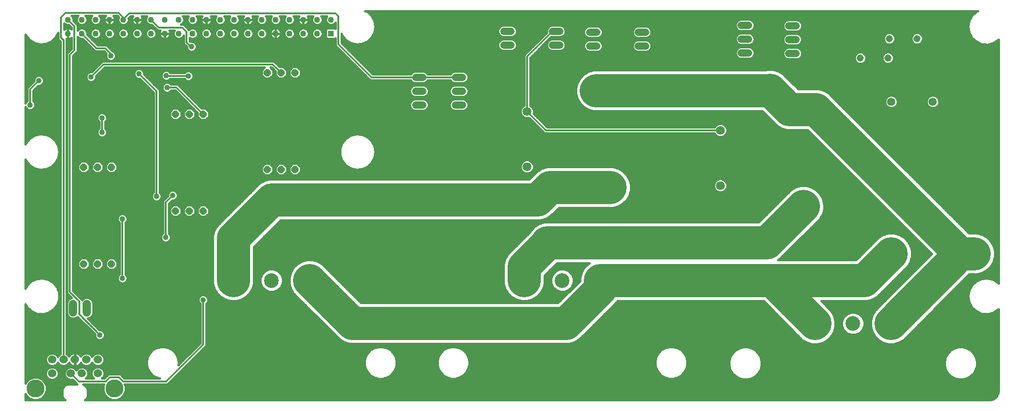
<source format=gbl>
G75*
%MOIN*%
%OFA0B0*%
%FSLAX25Y25*%
%IPPOS*%
%LPD*%
%AMOC8*
5,1,8,0,0,1.08239X$1,22.5*
%
%ADD10C,0.05200*%
%ADD11C,0.05150*%
%ADD12C,0.05937*%
%ADD13C,0.05937*%
%ADD14C,0.13000*%
%ADD15C,0.06000*%
%ADD16C,0.10650*%
%ADD17OC8,0.05150*%
%ADD18C,0.10630*%
%ADD19C,0.06450*%
%ADD20C,0.11700*%
%ADD21C,0.12100*%
%ADD22R,0.04362X0.04362*%
%ADD23C,0.04362*%
%ADD24C,0.01200*%
%ADD25C,0.04000*%
%ADD26C,0.24000*%
%ADD27C,0.01600*%
D10*
X0300861Y0240809D02*
X0306061Y0240809D01*
X0306061Y0250809D02*
X0300861Y0250809D01*
X0300861Y0260809D02*
X0306061Y0260809D01*
X0329522Y0260809D02*
X0334722Y0260809D01*
X0334722Y0250809D02*
X0329522Y0250809D01*
X0329522Y0240809D02*
X0334722Y0240809D01*
X0364579Y0284138D02*
X0369779Y0284138D01*
X0369779Y0294138D02*
X0364579Y0294138D01*
X0399779Y0294138D02*
X0404979Y0294138D01*
X0404979Y0284138D02*
X0399779Y0284138D01*
X0426573Y0283468D02*
X0431773Y0283468D01*
X0431773Y0293468D02*
X0426573Y0293468D01*
X0461773Y0293468D02*
X0466973Y0293468D01*
X0466973Y0283468D02*
X0461773Y0283468D01*
X0536178Y0288427D02*
X0541378Y0288427D01*
X0541378Y0278427D02*
X0536178Y0278427D01*
X0570511Y0278094D02*
X0575711Y0278094D01*
X0575711Y0288094D02*
X0570511Y0288094D01*
X0570511Y0298094D02*
X0575711Y0298094D01*
X0541378Y0298427D02*
X0536178Y0298427D01*
D11*
X0622058Y0274746D03*
X0642058Y0274746D03*
X0643060Y0288743D03*
X0663060Y0288743D03*
D12*
X0674442Y0243134D03*
X0644442Y0243134D03*
X0644442Y0133134D03*
X0704442Y0133134D03*
D13*
X0063432Y0096762D02*
X0063432Y0090825D01*
X0053432Y0090825D02*
X0053432Y0096762D01*
D14*
X0026298Y0035606D03*
X0083298Y0035606D03*
D15*
X0071298Y0046606D03*
X0059798Y0046606D03*
X0051798Y0046606D03*
X0038298Y0046606D03*
X0038298Y0056606D03*
X0046548Y0056606D03*
X0054798Y0056606D03*
X0063048Y0056606D03*
X0071298Y0056606D03*
D16*
X0169239Y0113803D03*
X0196798Y0113803D03*
X0224358Y0113803D03*
X0379239Y0113803D03*
X0406798Y0113803D03*
X0434358Y0113803D03*
D17*
X0213780Y0194111D03*
X0203780Y0194111D03*
X0193780Y0194111D03*
X0147453Y0164114D03*
X0137453Y0164114D03*
X0127453Y0164114D03*
X0081126Y0195784D03*
X0071126Y0195784D03*
X0061126Y0195784D03*
X0127453Y0234114D03*
X0137453Y0234114D03*
X0147453Y0234114D03*
X0193780Y0264111D03*
X0203780Y0264111D03*
X0213780Y0264111D03*
X0081126Y0125784D03*
X0071126Y0125784D03*
X0061126Y0125784D03*
D18*
X0589239Y0082665D03*
X0616798Y0082665D03*
X0644358Y0082665D03*
D19*
X0521075Y0182450D03*
X0521075Y0222450D03*
X0381423Y0236115D03*
X0381423Y0196115D03*
D20*
X0431423Y0251115D03*
X0571075Y0237450D03*
D21*
X0441423Y0181115D03*
X0581075Y0167450D03*
D22*
X0239751Y0292465D03*
D23*
X0229751Y0292465D03*
X0219751Y0292465D03*
X0209751Y0292465D03*
X0199751Y0292465D03*
X0189751Y0292465D03*
X0179751Y0292465D03*
X0169751Y0292465D03*
X0159751Y0292465D03*
X0149751Y0292465D03*
X0139751Y0292465D03*
X0129751Y0292465D03*
X0119751Y0292465D03*
X0109751Y0292465D03*
X0099751Y0292465D03*
X0089751Y0292465D03*
X0079751Y0292465D03*
X0069751Y0292465D03*
X0059751Y0292465D03*
X0049751Y0292465D03*
X0049751Y0302465D03*
X0059751Y0302465D03*
X0069751Y0302465D03*
X0079751Y0302465D03*
X0089751Y0302465D03*
X0099751Y0302465D03*
X0109751Y0302465D03*
X0119751Y0302465D03*
X0129751Y0302465D03*
X0139751Y0302465D03*
X0149751Y0302465D03*
X0159751Y0302465D03*
X0169751Y0302465D03*
X0179751Y0302465D03*
X0189751Y0302465D03*
X0199751Y0302465D03*
X0209751Y0302465D03*
X0219751Y0302465D03*
X0229751Y0302465D03*
X0239751Y0302465D03*
D24*
X0243109Y0307103D02*
X0245109Y0305103D01*
X0245109Y0284772D01*
X0269107Y0260774D01*
X0303426Y0260774D01*
X0303461Y0260809D01*
X0332122Y0260809D01*
X0332122Y0260809D01*
X0381423Y0275782D02*
X0381423Y0236115D01*
X0395088Y0222450D01*
X0521075Y0222450D01*
X0399779Y0294138D02*
X0381423Y0275782D01*
X0243109Y0307103D02*
X0094124Y0307103D01*
X0089751Y0302730D01*
X0089751Y0302465D01*
X0089751Y0304143D01*
X0086458Y0307436D01*
X0048129Y0307436D01*
X0044796Y0304103D01*
X0044796Y0289438D01*
X0046548Y0287685D01*
X0046548Y0056606D01*
X0051798Y0046606D02*
X0057609Y0040796D01*
X0077033Y0040796D01*
X0079943Y0043706D01*
X0086654Y0043706D01*
X0089564Y0040796D01*
X0120788Y0040796D01*
X0147452Y0067460D01*
X0147452Y0099790D01*
X0089125Y0115455D02*
X0089125Y0158451D01*
X0113789Y0174783D02*
X0113789Y0250775D01*
X0101123Y0263441D01*
X0120788Y0262107D02*
X0121121Y0261774D01*
X0136787Y0261774D01*
X0128125Y0253441D02*
X0121455Y0253441D01*
X0128125Y0253441D02*
X0147453Y0234114D01*
X0197784Y0270107D02*
X0203780Y0264111D01*
X0197784Y0270107D02*
X0075459Y0270107D01*
X0066460Y0261107D01*
X0080792Y0276439D02*
X0080792Y0277772D01*
X0076792Y0281772D01*
X0070444Y0281772D01*
X0059751Y0292465D01*
X0054461Y0297754D02*
X0049751Y0302465D01*
X0054461Y0297754D02*
X0054461Y0280439D01*
X0051128Y0277106D01*
X0051128Y0105526D01*
X0058000Y0098654D01*
X0058000Y0089252D01*
X0072793Y0074459D01*
X0147452Y0067460D02*
X0147452Y0067460D01*
X0120455Y0145119D02*
X0120455Y0170450D01*
X0125454Y0175449D01*
X0074459Y0221111D02*
X0074459Y0231444D01*
X0022465Y0240776D02*
X0022465Y0252108D01*
X0028797Y0258441D01*
X0109751Y0302465D02*
X0115445Y0296771D01*
X0132454Y0296771D01*
X0135453Y0293771D01*
X0135453Y0286105D01*
X0138453Y0283105D01*
X0139120Y0283105D01*
D25*
X0139120Y0283105D03*
X0101123Y0263441D03*
X0120788Y0262107D03*
X0121455Y0253441D03*
X0136787Y0261774D03*
X0080792Y0276439D03*
X0066460Y0261107D03*
X0028797Y0258441D03*
X0022465Y0240776D03*
X0074459Y0231444D03*
X0074459Y0221111D03*
X0096124Y0214112D03*
X0125454Y0175449D03*
X0113789Y0174783D03*
X0089125Y0158451D03*
X0120455Y0145119D03*
X0089125Y0115455D03*
X0147452Y0099790D03*
X0072793Y0074459D03*
X0166784Y0061127D03*
X0369430Y0149119D03*
X0280105Y0270773D03*
X0477752Y0299770D03*
D26*
X0431423Y0251115D02*
X0556758Y0251115D01*
X0557084Y0251442D01*
X0571075Y0237450D01*
X0590110Y0237450D01*
X0694427Y0133134D01*
X0704442Y0133134D01*
X0694427Y0133134D02*
X0644358Y0082665D01*
X0589239Y0082665D02*
X0558501Y0113803D01*
X0625111Y0113803D01*
X0644442Y0133134D01*
X0581075Y0167450D02*
X0554745Y0141119D01*
X0396094Y0141119D01*
X0396094Y0140453D01*
X0379239Y0123598D01*
X0379239Y0113803D01*
X0409759Y0082792D02*
X0434358Y0107390D01*
X0434358Y0113803D01*
X0558501Y0113803D01*
X0441423Y0181115D02*
X0398094Y0181115D01*
X0389095Y0172116D01*
X0197114Y0172116D01*
X0169239Y0144242D01*
X0169239Y0113803D01*
X0224358Y0113803D02*
X0255369Y0082792D01*
X0409759Y0082792D01*
D27*
X0019098Y0031822D02*
X0019098Y0027265D01*
X0047643Y0027265D01*
X0046399Y0028509D01*
X0045668Y0030274D01*
X0045668Y0034939D01*
X0046399Y0036703D01*
X0047749Y0038054D01*
X0049513Y0038784D01*
X0056509Y0038784D01*
X0055409Y0039885D01*
X0053119Y0042174D01*
X0052713Y0042006D01*
X0050883Y0042006D01*
X0049193Y0042707D01*
X0047899Y0044001D01*
X0047198Y0045691D01*
X0047198Y0047521D01*
X0047899Y0049212D01*
X0049193Y0050506D01*
X0050883Y0051206D01*
X0052713Y0051206D01*
X0054404Y0050506D01*
X0055698Y0049212D01*
X0055798Y0048970D01*
X0055899Y0049212D01*
X0057193Y0050506D01*
X0058883Y0051206D01*
X0060713Y0051206D01*
X0062404Y0050506D01*
X0063698Y0049212D01*
X0064398Y0047521D01*
X0064398Y0045691D01*
X0063698Y0044001D01*
X0062694Y0042996D01*
X0068403Y0042996D01*
X0067399Y0044001D01*
X0066698Y0045691D01*
X0066698Y0047521D01*
X0067399Y0049212D01*
X0068693Y0050506D01*
X0070383Y0051206D01*
X0072213Y0051206D01*
X0073904Y0050506D01*
X0075198Y0049212D01*
X0075898Y0047521D01*
X0075898Y0045691D01*
X0075198Y0044001D01*
X0074194Y0042996D01*
X0076122Y0042996D01*
X0077743Y0044618D01*
X0079032Y0045906D01*
X0087565Y0045906D01*
X0090475Y0042996D01*
X0116015Y0042996D01*
X0113619Y0043638D01*
X0110997Y0045152D01*
X0108856Y0047293D01*
X0107342Y0049916D01*
X0106558Y0052840D01*
X0106558Y0055868D01*
X0107342Y0058793D01*
X0108856Y0061416D01*
X0110997Y0063557D01*
X0113619Y0065071D01*
X0116544Y0065854D01*
X0119572Y0065854D01*
X0122497Y0065071D01*
X0125119Y0063557D01*
X0127261Y0061416D01*
X0128775Y0058793D01*
X0129558Y0055868D01*
X0129558Y0052840D01*
X0129499Y0052618D01*
X0145252Y0068371D01*
X0145252Y0096899D01*
X0144400Y0097751D01*
X0143852Y0099074D01*
X0143852Y0100506D01*
X0144400Y0101829D01*
X0145413Y0102842D01*
X0146736Y0103390D01*
X0148168Y0103390D01*
X0149491Y0102842D01*
X0150504Y0101829D01*
X0151052Y0100506D01*
X0151052Y0099074D01*
X0150504Y0097751D01*
X0149652Y0096899D01*
X0149652Y0066549D01*
X0148363Y0065260D01*
X0148363Y0065260D01*
X0122988Y0039885D01*
X0121699Y0038596D01*
X0090827Y0038596D01*
X0091398Y0037218D01*
X0091398Y0033995D01*
X0090165Y0031018D01*
X0087887Y0028739D01*
X0084910Y0027506D01*
X0081687Y0027506D01*
X0078710Y0028739D01*
X0076432Y0031018D01*
X0075198Y0033995D01*
X0075198Y0037218D01*
X0075770Y0038596D01*
X0060538Y0038596D01*
X0061848Y0038054D01*
X0063198Y0036703D01*
X0063929Y0034939D01*
X0063929Y0030274D01*
X0063198Y0028509D01*
X0061954Y0027265D01*
X0714987Y0027265D01*
X0715903Y0027325D01*
X0717670Y0027798D01*
X0719256Y0028713D01*
X0720550Y0030008D01*
X0721465Y0031593D01*
X0721939Y0033360D01*
X0721998Y0034276D01*
X0721998Y0093125D01*
X0721824Y0092900D01*
X0718241Y0090560D01*
X0714093Y0089509D01*
X0709828Y0089862D01*
X0705909Y0091581D01*
X0702760Y0094480D01*
X0700723Y0098244D01*
X0700019Y0102465D01*
X0700723Y0106686D01*
X0702760Y0110449D01*
X0705909Y0113348D01*
X0709828Y0115067D01*
X0714093Y0115420D01*
X0718241Y0114370D01*
X0721824Y0112029D01*
X0721998Y0111804D01*
X0721998Y0288125D01*
X0721824Y0287900D01*
X0718241Y0285560D01*
X0714093Y0284509D01*
X0709828Y0284862D01*
X0705909Y0286581D01*
X0702760Y0289480D01*
X0700723Y0293244D01*
X0700019Y0297465D01*
X0700723Y0301686D01*
X0702760Y0305449D01*
X0705909Y0308348D01*
X0707087Y0308865D01*
X0264515Y0308865D01*
X0265958Y0308231D01*
X0265958Y0308231D01*
X0269073Y0305364D01*
X0269073Y0305364D01*
X0271088Y0301641D01*
X0271088Y0301641D01*
X0271785Y0297465D01*
X0271088Y0293289D01*
X0271088Y0293289D01*
X0269073Y0289565D01*
X0269073Y0289565D01*
X0265958Y0286698D01*
X0265958Y0286698D01*
X0262081Y0284997D01*
X0262081Y0284997D01*
X0257862Y0284647D01*
X0257862Y0284647D01*
X0253758Y0285687D01*
X0253758Y0285687D01*
X0250213Y0288002D01*
X0250213Y0288002D01*
X0247613Y0291343D01*
X0247613Y0291343D01*
X0247309Y0292229D01*
X0247309Y0285683D01*
X0270018Y0262974D01*
X0297212Y0262974D01*
X0297300Y0263188D01*
X0298482Y0264370D01*
X0300026Y0265009D01*
X0306896Y0265009D01*
X0308440Y0264370D01*
X0309622Y0263188D01*
X0309696Y0263009D01*
X0325888Y0263009D01*
X0325962Y0263188D01*
X0327143Y0264370D01*
X0328687Y0265009D01*
X0335558Y0265009D01*
X0337101Y0264370D01*
X0338283Y0263188D01*
X0338922Y0261645D01*
X0338922Y0259974D01*
X0338283Y0258430D01*
X0337101Y0257249D01*
X0335558Y0256609D01*
X0328687Y0256609D01*
X0327143Y0257249D01*
X0325962Y0258430D01*
X0325888Y0258609D01*
X0309696Y0258609D01*
X0309622Y0258430D01*
X0308440Y0257249D01*
X0306896Y0256609D01*
X0300026Y0256609D01*
X0298482Y0257249D01*
X0297300Y0258430D01*
X0297241Y0258574D01*
X0268195Y0258574D01*
X0266907Y0259863D01*
X0242909Y0283860D01*
X0242909Y0288997D01*
X0242595Y0288684D01*
X0236907Y0288684D01*
X0235970Y0289621D01*
X0235970Y0295308D01*
X0236907Y0296246D01*
X0242595Y0296246D01*
X0242909Y0295932D01*
X0242909Y0300275D01*
X0241893Y0299259D01*
X0240503Y0298684D01*
X0238999Y0298684D01*
X0237609Y0299259D01*
X0236546Y0300323D01*
X0235970Y0301712D01*
X0235970Y0303217D01*
X0236546Y0304606D01*
X0236842Y0304903D01*
X0232660Y0304903D01*
X0232957Y0304606D01*
X0233532Y0303217D01*
X0233532Y0301712D01*
X0232957Y0300323D01*
X0231893Y0299259D01*
X0230503Y0298684D01*
X0228999Y0298684D01*
X0227609Y0299259D01*
X0226546Y0300323D01*
X0225970Y0301712D01*
X0225970Y0303217D01*
X0226546Y0304606D01*
X0226842Y0304903D01*
X0222910Y0304903D01*
X0223279Y0304350D01*
X0223579Y0303626D01*
X0223732Y0302857D01*
X0223732Y0302465D01*
X0219751Y0302465D01*
X0219751Y0302465D01*
X0215770Y0302465D01*
X0215770Y0302857D01*
X0215923Y0303626D01*
X0216223Y0304350D01*
X0216592Y0304903D01*
X0212660Y0304903D01*
X0212957Y0304606D01*
X0213532Y0303217D01*
X0213532Y0301712D01*
X0212957Y0300323D01*
X0211893Y0299259D01*
X0210503Y0298684D01*
X0208999Y0298684D01*
X0207609Y0299259D01*
X0206546Y0300323D01*
X0205970Y0301712D01*
X0205970Y0303217D01*
X0206546Y0304606D01*
X0206842Y0304903D01*
X0202660Y0304903D01*
X0202957Y0304606D01*
X0203532Y0303217D01*
X0203532Y0301712D01*
X0202957Y0300323D01*
X0201893Y0299259D01*
X0200503Y0298684D01*
X0198999Y0298684D01*
X0197609Y0299259D01*
X0196546Y0300323D01*
X0195970Y0301712D01*
X0195970Y0303217D01*
X0196546Y0304606D01*
X0196842Y0304903D01*
X0192660Y0304903D01*
X0192957Y0304606D01*
X0193532Y0303217D01*
X0193532Y0301712D01*
X0192957Y0300323D01*
X0191893Y0299259D01*
X0190503Y0298684D01*
X0188999Y0298684D01*
X0187609Y0299259D01*
X0186546Y0300323D01*
X0185970Y0301712D01*
X0185970Y0303217D01*
X0186546Y0304606D01*
X0186842Y0304903D01*
X0182910Y0304903D01*
X0183279Y0304350D01*
X0183579Y0303626D01*
X0183732Y0302857D01*
X0183732Y0302465D01*
X0179751Y0302465D01*
X0179751Y0302465D01*
X0175770Y0302465D01*
X0175770Y0302857D01*
X0175923Y0303626D01*
X0176223Y0304350D01*
X0176592Y0304903D01*
X0172660Y0304903D01*
X0172957Y0304606D01*
X0173532Y0303217D01*
X0173532Y0301712D01*
X0172957Y0300323D01*
X0171893Y0299259D01*
X0170503Y0298684D01*
X0168999Y0298684D01*
X0167609Y0299259D01*
X0166546Y0300323D01*
X0165970Y0301712D01*
X0165970Y0303217D01*
X0166546Y0304606D01*
X0166842Y0304903D01*
X0162660Y0304903D01*
X0162957Y0304606D01*
X0163532Y0303217D01*
X0163532Y0301712D01*
X0162957Y0300323D01*
X0161893Y0299259D01*
X0160503Y0298684D01*
X0158999Y0298684D01*
X0157609Y0299259D01*
X0156546Y0300323D01*
X0155970Y0301712D01*
X0155970Y0303217D01*
X0156546Y0304606D01*
X0156842Y0304903D01*
X0152910Y0304903D01*
X0153279Y0304350D01*
X0153579Y0303626D01*
X0153732Y0302857D01*
X0153732Y0302465D01*
X0149751Y0302465D01*
X0149751Y0302465D01*
X0145770Y0302465D01*
X0145770Y0302857D01*
X0145923Y0303626D01*
X0146223Y0304350D01*
X0146592Y0304903D01*
X0142660Y0304903D01*
X0142957Y0304606D01*
X0143532Y0303217D01*
X0143532Y0301712D01*
X0142957Y0300323D01*
X0141893Y0299259D01*
X0140503Y0298684D01*
X0138999Y0298684D01*
X0137609Y0299259D01*
X0136546Y0300323D01*
X0135970Y0301712D01*
X0135970Y0303217D01*
X0136546Y0304606D01*
X0136842Y0304903D01*
X0132660Y0304903D01*
X0132957Y0304606D01*
X0133532Y0303217D01*
X0133532Y0301712D01*
X0132957Y0300323D01*
X0131893Y0299259D01*
X0131196Y0298970D01*
X0133365Y0298970D01*
X0136365Y0295971D01*
X0137137Y0295198D01*
X0137609Y0295670D01*
X0138999Y0296246D01*
X0140503Y0296246D01*
X0141893Y0295670D01*
X0142957Y0294606D01*
X0143532Y0293217D01*
X0143532Y0291712D01*
X0142957Y0290323D01*
X0141893Y0289259D01*
X0140503Y0288684D01*
X0138999Y0288684D01*
X0137653Y0289241D01*
X0137653Y0287016D01*
X0138093Y0286577D01*
X0138404Y0286705D01*
X0139836Y0286705D01*
X0141159Y0286157D01*
X0142172Y0285144D01*
X0142720Y0283821D01*
X0142720Y0282389D01*
X0142172Y0281066D01*
X0141159Y0280053D01*
X0139836Y0279505D01*
X0138404Y0279505D01*
X0137080Y0280053D01*
X0136068Y0281066D01*
X0135520Y0282389D01*
X0135520Y0282927D01*
X0133253Y0285194D01*
X0133253Y0291039D01*
X0132957Y0290323D01*
X0131893Y0289259D01*
X0130503Y0288684D01*
X0128999Y0288684D01*
X0127609Y0289259D01*
X0126546Y0290323D01*
X0125970Y0291712D01*
X0125970Y0293217D01*
X0126531Y0294571D01*
X0123132Y0294571D01*
X0123279Y0294350D01*
X0123579Y0293626D01*
X0123732Y0292857D01*
X0123732Y0292465D01*
X0119751Y0292465D01*
X0119751Y0292465D01*
X0115770Y0292465D01*
X0115770Y0292857D01*
X0115923Y0293626D01*
X0116223Y0294350D01*
X0116370Y0294571D01*
X0114534Y0294571D01*
X0110421Y0298684D01*
X0108999Y0298684D01*
X0107609Y0299259D01*
X0106546Y0300323D01*
X0105970Y0301712D01*
X0105970Y0303217D01*
X0106546Y0304606D01*
X0106842Y0304903D01*
X0102910Y0304903D01*
X0103279Y0304350D01*
X0103579Y0303626D01*
X0103732Y0302857D01*
X0103732Y0302465D01*
X0099751Y0302465D01*
X0099751Y0302465D01*
X0095770Y0302465D01*
X0095770Y0302857D01*
X0095923Y0303626D01*
X0096223Y0304350D01*
X0096592Y0304903D01*
X0095035Y0304903D01*
X0093479Y0303346D01*
X0093532Y0303217D01*
X0093532Y0301712D01*
X0092957Y0300323D01*
X0091893Y0299259D01*
X0090503Y0298684D01*
X0088999Y0298684D01*
X0087609Y0299259D01*
X0086546Y0300323D01*
X0085970Y0301712D01*
X0085970Y0303217D01*
X0086438Y0304345D01*
X0085547Y0305236D01*
X0082610Y0305236D01*
X0082844Y0305002D01*
X0083279Y0304350D01*
X0083579Y0303626D01*
X0083732Y0302857D01*
X0083732Y0302465D01*
X0079751Y0302465D01*
X0079751Y0302465D01*
X0075770Y0302465D01*
X0075770Y0302857D01*
X0075923Y0303626D01*
X0076223Y0304350D01*
X0076659Y0305002D01*
X0076893Y0305236D01*
X0072327Y0305236D01*
X0072957Y0304606D01*
X0073532Y0303217D01*
X0073532Y0301712D01*
X0072957Y0300323D01*
X0071893Y0299259D01*
X0070503Y0298684D01*
X0068999Y0298684D01*
X0067609Y0299259D01*
X0066546Y0300323D01*
X0065970Y0301712D01*
X0065970Y0303217D01*
X0066546Y0304606D01*
X0067176Y0305236D01*
X0062327Y0305236D01*
X0062957Y0304606D01*
X0063532Y0303217D01*
X0063532Y0301712D01*
X0062957Y0300323D01*
X0061893Y0299259D01*
X0060503Y0298684D01*
X0058999Y0298684D01*
X0057609Y0299259D01*
X0056546Y0300323D01*
X0055970Y0301712D01*
X0055970Y0303217D01*
X0056546Y0304606D01*
X0057176Y0305236D01*
X0052327Y0305236D01*
X0052957Y0304606D01*
X0053532Y0303217D01*
X0053532Y0301795D01*
X0056661Y0298666D01*
X0056661Y0294722D01*
X0057609Y0295670D01*
X0058999Y0296246D01*
X0060503Y0296246D01*
X0061893Y0295670D01*
X0062957Y0294606D01*
X0063532Y0293217D01*
X0063532Y0291795D01*
X0071355Y0283972D01*
X0077704Y0283972D01*
X0081703Y0279972D01*
X0081727Y0279948D01*
X0082831Y0279491D01*
X0083844Y0278478D01*
X0084392Y0277155D01*
X0084392Y0275723D01*
X0083844Y0274400D01*
X0082831Y0273387D01*
X0081508Y0272839D01*
X0080076Y0272839D01*
X0078753Y0273387D01*
X0077740Y0274400D01*
X0077192Y0275723D01*
X0077192Y0277155D01*
X0077516Y0277937D01*
X0075881Y0279572D01*
X0069533Y0279572D01*
X0068244Y0280861D01*
X0068244Y0280861D01*
X0060421Y0288684D01*
X0058999Y0288684D01*
X0057609Y0289259D01*
X0056661Y0290207D01*
X0056661Y0279528D01*
X0055373Y0278239D01*
X0055373Y0278239D01*
X0053328Y0276195D01*
X0053328Y0106437D01*
X0059987Y0099778D01*
X0060844Y0100635D01*
X0062523Y0101330D01*
X0064341Y0101330D01*
X0066020Y0100635D01*
X0067305Y0099350D01*
X0068000Y0097671D01*
X0068000Y0089916D01*
X0067305Y0088237D01*
X0066020Y0086952D01*
X0064341Y0086256D01*
X0064107Y0086256D01*
X0072304Y0078059D01*
X0073509Y0078059D01*
X0074832Y0077511D01*
X0075845Y0076499D01*
X0076393Y0075175D01*
X0076393Y0073743D01*
X0075845Y0072420D01*
X0074832Y0071407D01*
X0073509Y0070859D01*
X0072077Y0070859D01*
X0070754Y0071407D01*
X0069741Y0072420D01*
X0069193Y0073743D01*
X0069193Y0074948D01*
X0056604Y0087537D01*
X0056020Y0086952D01*
X0054341Y0086256D01*
X0052523Y0086256D01*
X0050844Y0086952D01*
X0049559Y0088237D01*
X0048863Y0089916D01*
X0048863Y0097671D01*
X0049559Y0099350D01*
X0050844Y0100635D01*
X0052304Y0101239D01*
X0048928Y0104615D01*
X0048928Y0278017D01*
X0050217Y0279306D01*
X0050217Y0279306D01*
X0052261Y0281350D01*
X0052261Y0289354D01*
X0051637Y0288937D01*
X0050913Y0288636D01*
X0050143Y0288484D01*
X0049751Y0288484D01*
X0049751Y0292464D01*
X0049751Y0292464D01*
X0049751Y0288484D01*
X0049359Y0288484D01*
X0048738Y0288607D01*
X0048748Y0288596D01*
X0048748Y0060674D01*
X0049154Y0060506D01*
X0050448Y0059212D01*
X0050579Y0058897D01*
X0050693Y0059122D01*
X0051137Y0059733D01*
X0051672Y0060268D01*
X0052283Y0060712D01*
X0052956Y0061055D01*
X0053674Y0061288D01*
X0054421Y0061406D01*
X0054598Y0061406D01*
X0054598Y0056806D01*
X0054998Y0056806D01*
X0054998Y0061406D01*
X0055176Y0061406D01*
X0055923Y0061288D01*
X0056641Y0061055D01*
X0057314Y0060712D01*
X0057925Y0060268D01*
X0058460Y0059733D01*
X0058904Y0059122D01*
X0059018Y0058897D01*
X0059149Y0059212D01*
X0060443Y0060506D01*
X0062133Y0061206D01*
X0063963Y0061206D01*
X0065654Y0060506D01*
X0066948Y0059212D01*
X0067173Y0058668D01*
X0067399Y0059212D01*
X0068693Y0060506D01*
X0070383Y0061206D01*
X0072213Y0061206D01*
X0073904Y0060506D01*
X0075198Y0059212D01*
X0075898Y0057521D01*
X0075898Y0055691D01*
X0075198Y0054001D01*
X0073904Y0052707D01*
X0072213Y0052006D01*
X0070383Y0052006D01*
X0068693Y0052707D01*
X0067399Y0054001D01*
X0067173Y0054545D01*
X0066948Y0054001D01*
X0065654Y0052707D01*
X0063963Y0052006D01*
X0062133Y0052006D01*
X0060443Y0052707D01*
X0059149Y0054001D01*
X0059018Y0054315D01*
X0058904Y0054091D01*
X0058460Y0053479D01*
X0057925Y0052945D01*
X0057314Y0052501D01*
X0056641Y0052158D01*
X0055923Y0051925D01*
X0055176Y0051806D01*
X0054998Y0051806D01*
X0054998Y0056406D01*
X0054598Y0056406D01*
X0054598Y0051806D01*
X0054421Y0051806D01*
X0053674Y0051925D01*
X0052956Y0052158D01*
X0052283Y0052501D01*
X0051672Y0052945D01*
X0051137Y0053479D01*
X0050693Y0054091D01*
X0050579Y0054315D01*
X0050448Y0054001D01*
X0049154Y0052707D01*
X0047463Y0052006D01*
X0045633Y0052006D01*
X0043943Y0052707D01*
X0042649Y0054001D01*
X0042423Y0054545D01*
X0042198Y0054001D01*
X0040904Y0052707D01*
X0039213Y0052006D01*
X0037383Y0052006D01*
X0035693Y0052707D01*
X0034399Y0054001D01*
X0033698Y0055691D01*
X0033698Y0057521D01*
X0034399Y0059212D01*
X0035693Y0060506D01*
X0037383Y0061206D01*
X0039213Y0061206D01*
X0040904Y0060506D01*
X0042198Y0059212D01*
X0042423Y0058668D01*
X0042649Y0059212D01*
X0043943Y0060506D01*
X0044348Y0060674D01*
X0044348Y0286774D01*
X0042596Y0288527D01*
X0042596Y0293018D01*
X0040727Y0289565D01*
X0040727Y0289565D01*
X0037612Y0286698D01*
X0037612Y0286698D01*
X0033735Y0284997D01*
X0033735Y0284997D01*
X0029516Y0284647D01*
X0029516Y0284647D01*
X0025412Y0285687D01*
X0025412Y0285687D01*
X0021867Y0288002D01*
X0021867Y0288002D01*
X0021867Y0288002D01*
X0019267Y0291343D01*
X0019267Y0291343D01*
X0019098Y0291834D01*
X0019098Y0242057D01*
X0019413Y0242815D01*
X0020265Y0243667D01*
X0020265Y0253020D01*
X0021553Y0254308D01*
X0025197Y0257952D01*
X0025197Y0259157D01*
X0025745Y0260480D01*
X0026758Y0261493D01*
X0028081Y0262041D01*
X0029513Y0262041D01*
X0030837Y0261493D01*
X0031849Y0260480D01*
X0032397Y0259157D01*
X0032397Y0257725D01*
X0031849Y0256402D01*
X0030837Y0255389D01*
X0029513Y0254841D01*
X0028309Y0254841D01*
X0024665Y0251197D01*
X0024665Y0243667D01*
X0025517Y0242815D01*
X0026065Y0241492D01*
X0026065Y0240060D01*
X0025517Y0238737D01*
X0024504Y0237724D01*
X0023181Y0237176D01*
X0021749Y0237176D01*
X0020425Y0237724D01*
X0019413Y0238737D01*
X0019098Y0239495D01*
X0019098Y0212544D01*
X0019267Y0213035D01*
X0019267Y0213035D01*
X0021867Y0216376D01*
X0021867Y0216376D01*
X0025412Y0218691D01*
X0029516Y0219730D01*
X0033735Y0219381D01*
X0033735Y0219381D01*
X0037612Y0217680D01*
X0037612Y0217680D01*
X0040727Y0214813D01*
X0040727Y0214813D01*
X0040727Y0214813D01*
X0042742Y0211089D01*
X0044348Y0211089D01*
X0044348Y0212687D02*
X0041877Y0212687D01*
X0042742Y0211089D02*
X0042742Y0211089D01*
X0043439Y0206913D01*
X0042742Y0202737D01*
X0042742Y0202737D01*
X0040727Y0199014D01*
X0040727Y0199014D01*
X0037612Y0196147D01*
X0037612Y0196147D01*
X0033735Y0194446D01*
X0033735Y0194446D01*
X0029516Y0194096D01*
X0029516Y0194096D01*
X0025412Y0195136D01*
X0025412Y0195136D01*
X0021867Y0197451D01*
X0021867Y0197451D01*
X0021867Y0197451D01*
X0019267Y0200792D01*
X0019267Y0200792D01*
X0019098Y0201283D01*
X0019098Y0108194D01*
X0020319Y0110449D01*
X0023468Y0113348D01*
X0027387Y0115067D01*
X0031652Y0115420D01*
X0035800Y0114370D01*
X0039383Y0112029D01*
X0042011Y0108652D01*
X0043401Y0104604D01*
X0043401Y0100325D01*
X0042011Y0096277D01*
X0039383Y0092900D01*
X0035800Y0090560D01*
X0031652Y0089509D01*
X0027387Y0089862D01*
X0023468Y0091581D01*
X0020319Y0094480D01*
X0019098Y0096735D01*
X0019098Y0039390D01*
X0019432Y0040195D01*
X0021710Y0042473D01*
X0024687Y0043706D01*
X0027910Y0043706D01*
X0030887Y0042473D01*
X0033165Y0040195D01*
X0034398Y0037218D01*
X0034398Y0033995D01*
X0033165Y0031018D01*
X0030887Y0028739D01*
X0027910Y0027506D01*
X0024687Y0027506D01*
X0021710Y0028739D01*
X0019432Y0031018D01*
X0019098Y0031822D01*
X0019098Y0030457D02*
X0019993Y0030457D01*
X0019098Y0028859D02*
X0021591Y0028859D01*
X0031006Y0028859D02*
X0046254Y0028859D01*
X0045668Y0030457D02*
X0032604Y0030457D01*
X0033595Y0032056D02*
X0045668Y0032056D01*
X0045668Y0033654D02*
X0034257Y0033654D01*
X0034398Y0035253D02*
X0045798Y0035253D01*
X0046546Y0036851D02*
X0034398Y0036851D01*
X0033888Y0038450D02*
X0048705Y0038450D01*
X0053647Y0041647D02*
X0031713Y0041647D01*
X0033226Y0040048D02*
X0055245Y0040048D01*
X0060892Y0038450D02*
X0075709Y0038450D01*
X0075198Y0036851D02*
X0063050Y0036851D01*
X0063799Y0035253D02*
X0075198Y0035253D01*
X0075340Y0033654D02*
X0063929Y0033654D01*
X0063929Y0032056D02*
X0076002Y0032056D01*
X0076993Y0030457D02*
X0063929Y0030457D01*
X0063343Y0028859D02*
X0078591Y0028859D01*
X0088006Y0028859D02*
X0719401Y0028859D01*
X0720809Y0030457D02*
X0089604Y0030457D01*
X0090595Y0032056D02*
X0721589Y0032056D01*
X0721958Y0033654D02*
X0091257Y0033654D01*
X0091398Y0035253D02*
X0721998Y0035253D01*
X0721998Y0036851D02*
X0091398Y0036851D01*
X0090888Y0038450D02*
X0721998Y0038450D01*
X0721998Y0040048D02*
X0123151Y0040048D01*
X0124750Y0041647D02*
X0721998Y0041647D01*
X0721998Y0043245D02*
X0699437Y0043245D01*
X0699066Y0043031D02*
X0701732Y0044570D01*
X0703909Y0046747D01*
X0705448Y0049412D01*
X0706244Y0052385D01*
X0706244Y0055463D01*
X0705448Y0058437D01*
X0703909Y0061102D01*
X0701732Y0063279D01*
X0699066Y0064818D01*
X0696093Y0065614D01*
X0693015Y0065614D01*
X0690042Y0064818D01*
X0687377Y0063279D01*
X0685200Y0061102D01*
X0683661Y0058437D01*
X0682865Y0055463D01*
X0682865Y0052385D01*
X0683661Y0049412D01*
X0685200Y0046747D01*
X0687377Y0044570D01*
X0690042Y0043031D01*
X0693015Y0042235D01*
X0696093Y0042235D01*
X0699066Y0043031D01*
X0702006Y0044844D02*
X0721998Y0044844D01*
X0721998Y0046442D02*
X0703604Y0046442D01*
X0704656Y0048041D02*
X0721998Y0048041D01*
X0721998Y0049639D02*
X0705508Y0049639D01*
X0705937Y0051238D02*
X0721998Y0051238D01*
X0721998Y0052836D02*
X0706244Y0052836D01*
X0706244Y0054435D02*
X0721998Y0054435D01*
X0721998Y0056033D02*
X0706091Y0056033D01*
X0705663Y0057632D02*
X0721998Y0057632D01*
X0721998Y0059230D02*
X0704989Y0059230D01*
X0704066Y0060829D02*
X0721998Y0060829D01*
X0721998Y0062427D02*
X0702583Y0062427D01*
X0700438Y0064026D02*
X0721998Y0064026D01*
X0721998Y0065624D02*
X0487911Y0065624D01*
X0487053Y0065854D02*
X0484025Y0065854D01*
X0481100Y0065071D01*
X0478478Y0063557D01*
X0476336Y0061416D01*
X0474822Y0058793D01*
X0474039Y0055868D01*
X0474039Y0052840D01*
X0474822Y0049916D01*
X0476336Y0047293D01*
X0478478Y0045152D01*
X0481100Y0043638D01*
X0484025Y0042854D01*
X0487053Y0042854D01*
X0489978Y0043638D01*
X0492600Y0045152D01*
X0494741Y0047293D01*
X0496255Y0049916D01*
X0497039Y0052840D01*
X0497039Y0055868D01*
X0496255Y0058793D01*
X0494741Y0061416D01*
X0492600Y0063557D01*
X0489978Y0065071D01*
X0487053Y0065854D01*
X0483167Y0065624D02*
X0330430Y0065624D01*
X0329572Y0065854D02*
X0326544Y0065854D01*
X0323619Y0065071D01*
X0320997Y0063557D01*
X0318856Y0061416D01*
X0317342Y0058793D01*
X0316558Y0055868D01*
X0316558Y0052840D01*
X0317342Y0049916D01*
X0318856Y0047293D01*
X0320997Y0045152D01*
X0323619Y0043638D01*
X0326544Y0042854D01*
X0329572Y0042854D01*
X0332497Y0043638D01*
X0335119Y0045152D01*
X0337261Y0047293D01*
X0338775Y0049916D01*
X0339558Y0052840D01*
X0339558Y0055868D01*
X0338775Y0058793D01*
X0337261Y0061416D01*
X0335119Y0063557D01*
X0332497Y0065071D01*
X0329572Y0065854D01*
X0325686Y0065624D02*
X0277911Y0065624D01*
X0277053Y0065854D02*
X0274025Y0065854D01*
X0271100Y0065071D01*
X0268478Y0063557D01*
X0266336Y0061416D01*
X0264822Y0058793D01*
X0264039Y0055868D01*
X0264039Y0052840D01*
X0264822Y0049916D01*
X0266336Y0047293D01*
X0268478Y0045152D01*
X0271100Y0043638D01*
X0274025Y0042854D01*
X0277053Y0042854D01*
X0279978Y0043638D01*
X0282600Y0045152D01*
X0284741Y0047293D01*
X0286255Y0049916D01*
X0287039Y0052840D01*
X0287039Y0055868D01*
X0286255Y0058793D01*
X0284741Y0061416D01*
X0282600Y0063557D01*
X0279978Y0065071D01*
X0277053Y0065854D01*
X0273167Y0065624D02*
X0148728Y0065624D01*
X0149652Y0067223D02*
X0721998Y0067223D01*
X0721998Y0068821D02*
X0649851Y0068821D01*
X0650125Y0068896D02*
X0653492Y0070858D01*
X0700592Y0118334D01*
X0706390Y0118334D01*
X0710154Y0119342D01*
X0713529Y0121291D01*
X0716285Y0124046D01*
X0718233Y0127421D01*
X0719242Y0131185D01*
X0719242Y0135082D01*
X0718233Y0138846D01*
X0716285Y0142221D01*
X0713529Y0144977D01*
X0710154Y0146925D01*
X0706390Y0147934D01*
X0700557Y0147934D01*
X0601953Y0246537D01*
X0601953Y0246538D01*
X0599198Y0249293D01*
X0595823Y0251241D01*
X0592059Y0252250D01*
X0577206Y0252250D01*
X0568927Y0260529D01*
X0566171Y0263285D01*
X0562796Y0265233D01*
X0559032Y0266242D01*
X0555135Y0266242D01*
X0553918Y0265915D01*
X0429474Y0265915D01*
X0425710Y0264907D01*
X0422335Y0262958D01*
X0419580Y0260203D01*
X0417631Y0256828D01*
X0416623Y0253064D01*
X0416623Y0249167D01*
X0417631Y0245403D01*
X0419580Y0242028D01*
X0422335Y0239272D01*
X0425710Y0237324D01*
X0429474Y0236315D01*
X0551280Y0236315D01*
X0561988Y0225607D01*
X0565363Y0223659D01*
X0569127Y0222650D01*
X0583980Y0222650D01*
X0673538Y0133092D01*
X0632479Y0091705D01*
X0630544Y0088322D01*
X0629550Y0084554D01*
X0629565Y0080657D01*
X0630589Y0076897D01*
X0632551Y0073530D01*
X0635317Y0070786D01*
X0638700Y0068851D01*
X0642468Y0067857D01*
X0646365Y0067872D01*
X0650125Y0068896D01*
X0652740Y0070420D02*
X0721998Y0070420D01*
X0721998Y0072018D02*
X0654643Y0072018D01*
X0656229Y0073617D02*
X0721998Y0073617D01*
X0721998Y0075215D02*
X0657815Y0075215D01*
X0659401Y0076814D02*
X0721998Y0076814D01*
X0721998Y0078413D02*
X0660987Y0078413D01*
X0662573Y0080011D02*
X0721998Y0080011D01*
X0721998Y0081610D02*
X0664158Y0081610D01*
X0665744Y0083208D02*
X0721998Y0083208D01*
X0721998Y0084807D02*
X0667330Y0084807D01*
X0668916Y0086405D02*
X0721998Y0086405D01*
X0721998Y0088004D02*
X0670502Y0088004D01*
X0672088Y0089602D02*
X0712969Y0089602D01*
X0714460Y0089602D02*
X0721998Y0089602D01*
X0721998Y0091201D02*
X0719222Y0091201D01*
X0721669Y0092799D02*
X0721998Y0092799D01*
X0706777Y0091201D02*
X0673673Y0091201D01*
X0675259Y0092799D02*
X0704586Y0092799D01*
X0702849Y0094398D02*
X0676845Y0094398D01*
X0678431Y0095996D02*
X0701940Y0095996D01*
X0701075Y0097595D02*
X0680017Y0097595D01*
X0681603Y0099193D02*
X0700565Y0099193D01*
X0700298Y0100792D02*
X0683189Y0100792D01*
X0684774Y0102390D02*
X0700031Y0102390D01*
X0700273Y0103989D02*
X0686360Y0103989D01*
X0687946Y0105587D02*
X0700540Y0105587D01*
X0700994Y0107186D02*
X0689532Y0107186D01*
X0691118Y0108784D02*
X0701859Y0108784D01*
X0702724Y0110383D02*
X0692704Y0110383D01*
X0694289Y0111981D02*
X0704424Y0111981D01*
X0706438Y0113580D02*
X0695875Y0113580D01*
X0697461Y0115178D02*
X0711173Y0115178D01*
X0715048Y0115178D02*
X0721998Y0115178D01*
X0721998Y0113580D02*
X0719450Y0113580D01*
X0721861Y0111981D02*
X0721998Y0111981D01*
X0721998Y0116777D02*
X0699047Y0116777D01*
X0706546Y0118375D02*
X0721998Y0118375D01*
X0721998Y0119974D02*
X0711248Y0119974D01*
X0713811Y0121572D02*
X0721998Y0121572D01*
X0721998Y0123171D02*
X0715409Y0123171D01*
X0716702Y0124769D02*
X0721998Y0124769D01*
X0721998Y0126368D02*
X0717625Y0126368D01*
X0718379Y0127966D02*
X0721998Y0127966D01*
X0721998Y0129565D02*
X0718808Y0129565D01*
X0719236Y0131163D02*
X0721998Y0131163D01*
X0721998Y0132762D02*
X0719242Y0132762D01*
X0719242Y0134360D02*
X0721998Y0134360D01*
X0721998Y0135959D02*
X0719007Y0135959D01*
X0718579Y0137557D02*
X0721998Y0137557D01*
X0721998Y0139156D02*
X0718055Y0139156D01*
X0717132Y0140754D02*
X0721998Y0140754D01*
X0721998Y0142353D02*
X0716153Y0142353D01*
X0714554Y0143951D02*
X0721998Y0143951D01*
X0721998Y0145550D02*
X0712536Y0145550D01*
X0709321Y0147148D02*
X0721998Y0147148D01*
X0721998Y0148747D02*
X0699744Y0148747D01*
X0698145Y0150346D02*
X0721998Y0150346D01*
X0721998Y0151944D02*
X0696547Y0151944D01*
X0694948Y0153543D02*
X0721998Y0153543D01*
X0721998Y0155141D02*
X0693350Y0155141D01*
X0691751Y0156740D02*
X0721998Y0156740D01*
X0721998Y0158338D02*
X0690153Y0158338D01*
X0688554Y0159937D02*
X0721998Y0159937D01*
X0721998Y0161535D02*
X0686956Y0161535D01*
X0685357Y0163134D02*
X0721998Y0163134D01*
X0721998Y0164732D02*
X0683759Y0164732D01*
X0682160Y0166331D02*
X0721998Y0166331D01*
X0721998Y0167929D02*
X0680562Y0167929D01*
X0678963Y0169528D02*
X0721998Y0169528D01*
X0721998Y0171126D02*
X0677365Y0171126D01*
X0675766Y0172725D02*
X0721998Y0172725D01*
X0721998Y0174323D02*
X0674168Y0174323D01*
X0672569Y0175922D02*
X0721998Y0175922D01*
X0721998Y0177520D02*
X0670970Y0177520D01*
X0669372Y0179119D02*
X0721998Y0179119D01*
X0721998Y0180717D02*
X0667773Y0180717D01*
X0666175Y0182316D02*
X0721998Y0182316D01*
X0721998Y0183914D02*
X0664576Y0183914D01*
X0662978Y0185513D02*
X0721998Y0185513D01*
X0721998Y0187111D02*
X0661379Y0187111D01*
X0659781Y0188710D02*
X0721998Y0188710D01*
X0721998Y0190308D02*
X0658182Y0190308D01*
X0656584Y0191907D02*
X0721998Y0191907D01*
X0721998Y0193505D02*
X0654985Y0193505D01*
X0653387Y0195104D02*
X0721998Y0195104D01*
X0721998Y0196702D02*
X0651788Y0196702D01*
X0650190Y0198301D02*
X0721998Y0198301D01*
X0721998Y0199899D02*
X0648591Y0199899D01*
X0646993Y0201498D02*
X0721998Y0201498D01*
X0721998Y0203096D02*
X0645394Y0203096D01*
X0643796Y0204695D02*
X0721998Y0204695D01*
X0721998Y0206293D02*
X0642197Y0206293D01*
X0640599Y0207892D02*
X0721998Y0207892D01*
X0721998Y0209490D02*
X0639000Y0209490D01*
X0637402Y0211089D02*
X0721998Y0211089D01*
X0721998Y0212687D02*
X0635803Y0212687D01*
X0634205Y0214286D02*
X0721998Y0214286D01*
X0721998Y0215884D02*
X0632606Y0215884D01*
X0631008Y0217483D02*
X0721998Y0217483D01*
X0721998Y0219081D02*
X0629409Y0219081D01*
X0627811Y0220680D02*
X0721998Y0220680D01*
X0721998Y0222279D02*
X0626212Y0222279D01*
X0624614Y0223877D02*
X0721998Y0223877D01*
X0721998Y0225476D02*
X0623015Y0225476D01*
X0621417Y0227074D02*
X0721998Y0227074D01*
X0721998Y0228673D02*
X0619818Y0228673D01*
X0618220Y0230271D02*
X0721998Y0230271D01*
X0721998Y0231870D02*
X0616621Y0231870D01*
X0615023Y0233468D02*
X0721998Y0233468D01*
X0721998Y0235067D02*
X0613424Y0235067D01*
X0611826Y0236665D02*
X0721998Y0236665D01*
X0721998Y0238264D02*
X0610227Y0238264D01*
X0608629Y0239862D02*
X0641253Y0239862D01*
X0641854Y0239261D02*
X0643533Y0238565D01*
X0645351Y0238565D01*
X0647030Y0239261D01*
X0648315Y0240546D01*
X0649010Y0242225D01*
X0649010Y0244042D01*
X0648315Y0245722D01*
X0647030Y0247007D01*
X0645351Y0247702D01*
X0643533Y0247702D01*
X0641854Y0247007D01*
X0640569Y0245722D01*
X0639873Y0244042D01*
X0639873Y0242225D01*
X0640569Y0240546D01*
X0641854Y0239261D01*
X0640190Y0241461D02*
X0607030Y0241461D01*
X0605432Y0243059D02*
X0639873Y0243059D01*
X0640128Y0244658D02*
X0603833Y0244658D01*
X0602234Y0246256D02*
X0641104Y0246256D01*
X0647780Y0246256D02*
X0671104Y0246256D01*
X0670569Y0245722D02*
X0669873Y0244042D01*
X0669873Y0242225D01*
X0670569Y0240546D01*
X0671854Y0239261D01*
X0673533Y0238565D01*
X0675351Y0238565D01*
X0677030Y0239261D01*
X0678315Y0240546D01*
X0679010Y0242225D01*
X0679010Y0244042D01*
X0678315Y0245722D01*
X0677030Y0247007D01*
X0675351Y0247702D01*
X0673533Y0247702D01*
X0671854Y0247007D01*
X0670569Y0245722D01*
X0670128Y0244658D02*
X0648756Y0244658D01*
X0649010Y0243059D02*
X0669873Y0243059D01*
X0670190Y0241461D02*
X0648694Y0241461D01*
X0647631Y0239862D02*
X0671253Y0239862D01*
X0677631Y0239862D02*
X0721998Y0239862D01*
X0721998Y0241461D02*
X0678694Y0241461D01*
X0679010Y0243059D02*
X0721998Y0243059D01*
X0721998Y0244658D02*
X0678756Y0244658D01*
X0677780Y0246256D02*
X0721998Y0246256D01*
X0721998Y0247855D02*
X0600636Y0247855D01*
X0598920Y0249453D02*
X0721998Y0249453D01*
X0721998Y0251052D02*
X0596152Y0251052D01*
X0576806Y0252650D02*
X0721998Y0252650D01*
X0721998Y0254249D02*
X0575207Y0254249D01*
X0573609Y0255847D02*
X0721998Y0255847D01*
X0721998Y0257446D02*
X0572010Y0257446D01*
X0570412Y0259044D02*
X0721998Y0259044D01*
X0721998Y0260643D02*
X0568813Y0260643D01*
X0568927Y0260529D02*
X0568927Y0260529D01*
X0567215Y0262241D02*
X0721998Y0262241D01*
X0721998Y0263840D02*
X0565210Y0263840D01*
X0562030Y0265438D02*
X0721998Y0265438D01*
X0721998Y0267037D02*
X0383623Y0267037D01*
X0383623Y0268635D02*
X0721998Y0268635D01*
X0721998Y0270234D02*
X0383623Y0270234D01*
X0383623Y0271832D02*
X0619068Y0271832D01*
X0618519Y0272381D02*
X0619693Y0271207D01*
X0621227Y0270571D01*
X0622888Y0270571D01*
X0624423Y0271207D01*
X0625597Y0272381D01*
X0626233Y0273916D01*
X0626233Y0275577D01*
X0625597Y0277111D01*
X0624423Y0278285D01*
X0622888Y0278921D01*
X0621227Y0278921D01*
X0619693Y0278285D01*
X0618519Y0277111D01*
X0617883Y0275577D01*
X0617883Y0273916D01*
X0618519Y0272381D01*
X0618084Y0273431D02*
X0383623Y0273431D01*
X0383623Y0274870D02*
X0398765Y0290012D01*
X0398944Y0289938D01*
X0405815Y0289938D01*
X0407358Y0290577D01*
X0408540Y0291759D01*
X0409179Y0293303D01*
X0409179Y0294974D01*
X0408540Y0296517D01*
X0407358Y0297699D01*
X0405815Y0298338D01*
X0398944Y0298338D01*
X0397400Y0297699D01*
X0396219Y0296517D01*
X0395579Y0294974D01*
X0395579Y0293303D01*
X0395653Y0293124D01*
X0380511Y0277982D01*
X0379223Y0276693D01*
X0379223Y0240427D01*
X0378690Y0240206D01*
X0377332Y0238849D01*
X0376598Y0237075D01*
X0376598Y0235156D01*
X0377332Y0233382D01*
X0378690Y0232025D01*
X0380463Y0231290D01*
X0382382Y0231290D01*
X0382916Y0231511D01*
X0394177Y0220250D01*
X0516764Y0220250D01*
X0516985Y0219717D01*
X0518342Y0218360D01*
X0520116Y0217625D01*
X0522035Y0217625D01*
X0523809Y0218360D01*
X0525166Y0219717D01*
X0525900Y0221490D01*
X0525900Y0223410D01*
X0525166Y0225183D01*
X0523809Y0226541D01*
X0522035Y0227275D01*
X0520116Y0227275D01*
X0518342Y0226541D01*
X0516985Y0225183D01*
X0516764Y0224650D01*
X0395999Y0224650D01*
X0386027Y0234623D01*
X0386248Y0235156D01*
X0386248Y0237075D01*
X0385513Y0238849D01*
X0384156Y0240206D01*
X0383623Y0240427D01*
X0383623Y0274870D01*
X0383782Y0275029D02*
X0533636Y0275029D01*
X0533799Y0274866D02*
X0535343Y0274227D01*
X0542214Y0274227D01*
X0543757Y0274866D01*
X0544939Y0276048D01*
X0545578Y0277592D01*
X0545578Y0279262D01*
X0544939Y0280806D01*
X0543757Y0281988D01*
X0542214Y0282627D01*
X0535343Y0282627D01*
X0533799Y0281988D01*
X0532618Y0280806D01*
X0531978Y0279262D01*
X0531978Y0277592D01*
X0532618Y0276048D01*
X0533799Y0274866D01*
X0532377Y0276628D02*
X0385380Y0276628D01*
X0386979Y0278226D02*
X0531978Y0278226D01*
X0532211Y0279825D02*
X0469153Y0279825D01*
X0469352Y0279907D02*
X0470534Y0281089D01*
X0471173Y0282633D01*
X0471173Y0284303D01*
X0470534Y0285847D01*
X0469352Y0287029D01*
X0467808Y0287668D01*
X0460938Y0287668D01*
X0459394Y0287029D01*
X0458212Y0285847D01*
X0457573Y0284303D01*
X0457573Y0282633D01*
X0458212Y0281089D01*
X0459394Y0279907D01*
X0460938Y0279268D01*
X0467808Y0279268D01*
X0469352Y0279907D01*
X0470672Y0281423D02*
X0533235Y0281423D01*
X0534393Y0284620D02*
X0471042Y0284620D01*
X0471173Y0283022D02*
X0721998Y0283022D01*
X0721998Y0284620D02*
X0714533Y0284620D01*
X0712747Y0284620D02*
X0664017Y0284620D01*
X0663891Y0284568D02*
X0665425Y0285204D01*
X0666599Y0286378D01*
X0667235Y0287912D01*
X0667235Y0289573D01*
X0666599Y0291108D01*
X0665425Y0292282D01*
X0663891Y0292918D01*
X0662230Y0292918D01*
X0660695Y0292282D01*
X0659521Y0291108D01*
X0658885Y0289573D01*
X0658885Y0287912D01*
X0659521Y0286378D01*
X0660695Y0285204D01*
X0662230Y0284568D01*
X0663891Y0284568D01*
X0662103Y0284620D02*
X0644017Y0284620D01*
X0643891Y0284568D02*
X0645425Y0285204D01*
X0646599Y0286378D01*
X0647235Y0287912D01*
X0647235Y0289573D01*
X0646599Y0291108D01*
X0645425Y0292282D01*
X0643891Y0292918D01*
X0642230Y0292918D01*
X0640695Y0292282D01*
X0639521Y0291108D01*
X0638885Y0289573D01*
X0638885Y0287912D01*
X0639521Y0286378D01*
X0640695Y0285204D01*
X0642230Y0284568D01*
X0643891Y0284568D01*
X0642103Y0284620D02*
X0578177Y0284620D01*
X0578090Y0284533D02*
X0579271Y0285715D01*
X0579911Y0287258D01*
X0579911Y0288929D01*
X0579271Y0290473D01*
X0578090Y0291654D01*
X0576546Y0292294D01*
X0569675Y0292294D01*
X0568132Y0291654D01*
X0566950Y0290473D01*
X0566311Y0288929D01*
X0566311Y0287258D01*
X0566950Y0285715D01*
X0568132Y0284533D01*
X0569675Y0283894D01*
X0576546Y0283894D01*
X0578090Y0284533D01*
X0579480Y0286219D02*
X0639680Y0286219D01*
X0638925Y0287817D02*
X0579911Y0287817D01*
X0579709Y0289416D02*
X0638885Y0289416D01*
X0639482Y0291015D02*
X0578730Y0291015D01*
X0577313Y0294212D02*
X0700562Y0294212D01*
X0700295Y0295810D02*
X0579311Y0295810D01*
X0579271Y0295715D02*
X0579911Y0297258D01*
X0579911Y0298929D01*
X0579271Y0300473D01*
X0578090Y0301654D01*
X0576546Y0302294D01*
X0569675Y0302294D01*
X0568132Y0301654D01*
X0566950Y0300473D01*
X0566311Y0298929D01*
X0566311Y0297258D01*
X0566950Y0295715D01*
X0568132Y0294533D01*
X0569675Y0293894D01*
X0576546Y0293894D01*
X0578090Y0294533D01*
X0579271Y0295715D01*
X0579911Y0297409D02*
X0700028Y0297409D01*
X0700276Y0299007D02*
X0579878Y0299007D01*
X0579138Y0300606D02*
X0700543Y0300606D01*
X0701004Y0302204D02*
X0576762Y0302204D01*
X0569459Y0302204D02*
X0543235Y0302204D01*
X0543757Y0301988D02*
X0542214Y0302627D01*
X0535343Y0302627D01*
X0533799Y0301988D01*
X0532618Y0300806D01*
X0531978Y0299262D01*
X0531978Y0297592D01*
X0532618Y0296048D01*
X0533799Y0294866D01*
X0535343Y0294227D01*
X0542214Y0294227D01*
X0543757Y0294866D01*
X0544939Y0296048D01*
X0545578Y0297592D01*
X0545578Y0299262D01*
X0544939Y0300806D01*
X0543757Y0301988D01*
X0545022Y0300606D02*
X0567083Y0300606D01*
X0566343Y0299007D02*
X0545578Y0299007D01*
X0545502Y0297409D02*
X0566311Y0297409D01*
X0566911Y0295810D02*
X0544701Y0295810D01*
X0543757Y0291988D02*
X0542214Y0292627D01*
X0535343Y0292627D01*
X0533799Y0291988D01*
X0532618Y0290806D01*
X0531978Y0289262D01*
X0531978Y0287592D01*
X0532618Y0286048D01*
X0533799Y0284866D01*
X0535343Y0284227D01*
X0542214Y0284227D01*
X0543757Y0284866D01*
X0544939Y0286048D01*
X0545578Y0287592D01*
X0545578Y0289262D01*
X0544939Y0290806D01*
X0543757Y0291988D01*
X0544730Y0291015D02*
X0567492Y0291015D01*
X0566512Y0289416D02*
X0545515Y0289416D01*
X0545578Y0287817D02*
X0566311Y0287817D01*
X0566741Y0286219D02*
X0545010Y0286219D01*
X0543164Y0284620D02*
X0568044Y0284620D01*
X0569675Y0282294D02*
X0568132Y0281654D01*
X0566950Y0280473D01*
X0566311Y0278929D01*
X0566311Y0277258D01*
X0566950Y0275715D01*
X0568132Y0274533D01*
X0569675Y0273894D01*
X0576546Y0273894D01*
X0578090Y0274533D01*
X0579271Y0275715D01*
X0579911Y0277258D01*
X0579911Y0278929D01*
X0579271Y0280473D01*
X0578090Y0281654D01*
X0576546Y0282294D01*
X0569675Y0282294D01*
X0567901Y0281423D02*
X0544322Y0281423D01*
X0545345Y0279825D02*
X0566682Y0279825D01*
X0566311Y0278226D02*
X0545578Y0278226D01*
X0545179Y0276628D02*
X0566572Y0276628D01*
X0567635Y0275029D02*
X0543920Y0275029D01*
X0532547Y0286219D02*
X0470162Y0286219D01*
X0468166Y0289416D02*
X0532042Y0289416D01*
X0531978Y0287817D02*
X0407071Y0287817D01*
X0407358Y0287699D02*
X0405815Y0288338D01*
X0398944Y0288338D01*
X0397400Y0287699D01*
X0396219Y0286517D01*
X0395579Y0284974D01*
X0395579Y0283303D01*
X0396219Y0281759D01*
X0397400Y0280577D01*
X0398944Y0279938D01*
X0405815Y0279938D01*
X0407358Y0280577D01*
X0408540Y0281759D01*
X0409179Y0283303D01*
X0409179Y0284974D01*
X0408540Y0286517D01*
X0407358Y0287699D01*
X0408663Y0286219D02*
X0423384Y0286219D01*
X0423012Y0285847D02*
X0422373Y0284303D01*
X0422373Y0282633D01*
X0423012Y0281089D01*
X0424194Y0279907D01*
X0425738Y0279268D01*
X0432608Y0279268D01*
X0434152Y0279907D01*
X0435334Y0281089D01*
X0435973Y0282633D01*
X0435973Y0284303D01*
X0435334Y0285847D01*
X0434152Y0287029D01*
X0432608Y0287668D01*
X0425738Y0287668D01*
X0424194Y0287029D01*
X0423012Y0285847D01*
X0422504Y0284620D02*
X0409179Y0284620D01*
X0409063Y0283022D02*
X0422373Y0283022D01*
X0422874Y0281423D02*
X0408204Y0281423D01*
X0396554Y0281423D02*
X0390176Y0281423D01*
X0388577Y0279825D02*
X0424393Y0279825D01*
X0433953Y0279825D02*
X0459593Y0279825D01*
X0458074Y0281423D02*
X0435472Y0281423D01*
X0435973Y0283022D02*
X0457573Y0283022D01*
X0457704Y0284620D02*
X0435842Y0284620D01*
X0434962Y0286219D02*
X0458584Y0286219D01*
X0460580Y0289416D02*
X0432966Y0289416D01*
X0432608Y0289268D02*
X0434152Y0289907D01*
X0435334Y0291089D01*
X0435973Y0292633D01*
X0435973Y0294303D01*
X0435334Y0295847D01*
X0434152Y0297029D01*
X0432608Y0297668D01*
X0425738Y0297668D01*
X0424194Y0297029D01*
X0423012Y0295847D01*
X0422373Y0294303D01*
X0422373Y0292633D01*
X0423012Y0291089D01*
X0424194Y0289907D01*
X0425738Y0289268D01*
X0432608Y0289268D01*
X0435259Y0291015D02*
X0458287Y0291015D01*
X0458212Y0291089D02*
X0459394Y0289907D01*
X0460938Y0289268D01*
X0467808Y0289268D01*
X0469352Y0289907D01*
X0470534Y0291089D01*
X0471173Y0292633D01*
X0471173Y0294303D01*
X0470534Y0295847D01*
X0469352Y0297029D01*
X0467808Y0297668D01*
X0460938Y0297668D01*
X0459394Y0297029D01*
X0458212Y0295847D01*
X0457573Y0294303D01*
X0457573Y0292633D01*
X0458212Y0291089D01*
X0457581Y0292613D02*
X0435965Y0292613D01*
X0435973Y0294212D02*
X0457573Y0294212D01*
X0458197Y0295810D02*
X0435349Y0295810D01*
X0433235Y0297409D02*
X0460311Y0297409D01*
X0468435Y0297409D02*
X0532054Y0297409D01*
X0531978Y0299007D02*
X0271528Y0299007D01*
X0271776Y0297409D02*
X0361910Y0297409D01*
X0362200Y0297699D02*
X0361019Y0296517D01*
X0360379Y0294974D01*
X0360379Y0293303D01*
X0361019Y0291759D01*
X0362200Y0290577D01*
X0363744Y0289938D01*
X0370615Y0289938D01*
X0372158Y0290577D01*
X0373340Y0291759D01*
X0373979Y0293303D01*
X0373979Y0294974D01*
X0373340Y0296517D01*
X0372158Y0297699D01*
X0370615Y0298338D01*
X0363744Y0298338D01*
X0362200Y0297699D01*
X0360726Y0295810D02*
X0271509Y0295810D01*
X0271242Y0294212D02*
X0360379Y0294212D01*
X0360665Y0292613D02*
X0270723Y0292613D01*
X0269857Y0291015D02*
X0361763Y0291015D01*
X0362487Y0287817D02*
X0267175Y0287817D01*
X0268911Y0289416D02*
X0391946Y0289416D01*
X0393544Y0291015D02*
X0372595Y0291015D01*
X0373694Y0292613D02*
X0395143Y0292613D01*
X0395579Y0294212D02*
X0373979Y0294212D01*
X0373633Y0295810D02*
X0395926Y0295810D01*
X0397110Y0297409D02*
X0372448Y0297409D01*
X0370615Y0288338D02*
X0363744Y0288338D01*
X0362200Y0287699D01*
X0361019Y0286517D01*
X0360379Y0284974D01*
X0360379Y0283303D01*
X0361019Y0281759D01*
X0362200Y0280577D01*
X0363744Y0279938D01*
X0370615Y0279938D01*
X0372158Y0280577D01*
X0373340Y0281759D01*
X0373979Y0283303D01*
X0373979Y0284974D01*
X0373340Y0286517D01*
X0372158Y0287699D01*
X0370615Y0288338D01*
X0371871Y0287817D02*
X0390347Y0287817D01*
X0388749Y0286219D02*
X0373463Y0286219D01*
X0373979Y0284620D02*
X0387150Y0284620D01*
X0385552Y0283022D02*
X0373863Y0283022D01*
X0373004Y0281423D02*
X0383953Y0281423D01*
X0382355Y0279825D02*
X0253167Y0279825D01*
X0251569Y0281423D02*
X0361354Y0281423D01*
X0360495Y0283022D02*
X0249970Y0283022D01*
X0248371Y0284620D02*
X0360379Y0284620D01*
X0360895Y0286219D02*
X0264867Y0286219D01*
X0252943Y0286219D02*
X0247309Y0286219D01*
X0247309Y0287817D02*
X0250497Y0287817D01*
X0249113Y0289416D02*
X0247309Y0289416D01*
X0247309Y0291015D02*
X0247869Y0291015D01*
X0242909Y0287817D02*
X0137653Y0287817D01*
X0141010Y0286219D02*
X0242909Y0286219D01*
X0242909Y0284620D02*
X0142389Y0284620D01*
X0142720Y0283022D02*
X0243747Y0283022D01*
X0245346Y0281423D02*
X0142320Y0281423D01*
X0140608Y0279825D02*
X0246944Y0279825D01*
X0248543Y0278226D02*
X0083948Y0278226D01*
X0084392Y0276628D02*
X0250142Y0276628D01*
X0251740Y0275029D02*
X0084105Y0275029D01*
X0082875Y0273431D02*
X0253339Y0273431D01*
X0254937Y0271832D02*
X0199169Y0271832D01*
X0198695Y0272306D02*
X0074548Y0272306D01*
X0073259Y0271018D01*
X0066949Y0264707D01*
X0065744Y0264707D01*
X0064421Y0264159D01*
X0063408Y0263147D01*
X0062860Y0261823D01*
X0062860Y0260391D01*
X0063408Y0259068D01*
X0064421Y0258055D01*
X0065744Y0257507D01*
X0067176Y0257507D01*
X0068499Y0258055D01*
X0069512Y0259068D01*
X0070060Y0260391D01*
X0070060Y0261596D01*
X0076371Y0267907D01*
X0191672Y0267907D01*
X0189605Y0265840D01*
X0189605Y0262381D01*
X0192051Y0259936D01*
X0195509Y0259936D01*
X0197955Y0262381D01*
X0197955Y0265840D01*
X0195888Y0267907D01*
X0196873Y0267907D01*
X0199605Y0265174D01*
X0199605Y0262381D01*
X0202051Y0259936D01*
X0205509Y0259936D01*
X0207955Y0262381D01*
X0207955Y0265840D01*
X0205509Y0268285D01*
X0202716Y0268285D01*
X0199984Y0271018D01*
X0198695Y0272306D01*
X0200768Y0270234D02*
X0256536Y0270234D01*
X0258134Y0268635D02*
X0202366Y0268635D01*
X0199341Y0265438D02*
X0197955Y0265438D01*
X0197955Y0263840D02*
X0199605Y0263840D01*
X0199745Y0262241D02*
X0197815Y0262241D01*
X0196216Y0260643D02*
X0201344Y0260643D01*
X0206216Y0260643D02*
X0211344Y0260643D01*
X0212051Y0259936D02*
X0215509Y0259936D01*
X0217955Y0262381D01*
X0217955Y0265840D01*
X0215509Y0268285D01*
X0212051Y0268285D01*
X0209605Y0265840D01*
X0209605Y0262381D01*
X0212051Y0259936D01*
X0209745Y0262241D02*
X0207815Y0262241D01*
X0207955Y0263840D02*
X0209605Y0263840D01*
X0209605Y0265438D02*
X0207955Y0265438D01*
X0206758Y0267037D02*
X0210802Y0267037D01*
X0216758Y0267037D02*
X0259733Y0267037D01*
X0261331Y0265438D02*
X0217955Y0265438D01*
X0217955Y0263840D02*
X0262930Y0263840D01*
X0264528Y0262241D02*
X0217815Y0262241D01*
X0216216Y0260643D02*
X0266127Y0260643D01*
X0267725Y0259044D02*
X0139148Y0259044D01*
X0138826Y0258722D02*
X0139838Y0259735D01*
X0140386Y0261058D01*
X0140386Y0262490D01*
X0139838Y0263813D01*
X0138826Y0264826D01*
X0137503Y0265374D01*
X0136070Y0265374D01*
X0134747Y0264826D01*
X0133895Y0263974D01*
X0123911Y0263974D01*
X0123840Y0264147D01*
X0122827Y0265159D01*
X0121504Y0265707D01*
X0120072Y0265707D01*
X0118749Y0265159D01*
X0117736Y0264147D01*
X0117188Y0262823D01*
X0117188Y0261391D01*
X0117736Y0260068D01*
X0118749Y0259055D01*
X0120072Y0258507D01*
X0121504Y0258507D01*
X0122827Y0259055D01*
X0123346Y0259574D01*
X0133895Y0259574D01*
X0134747Y0258722D01*
X0136070Y0258174D01*
X0137503Y0258174D01*
X0138826Y0258722D01*
X0140215Y0260643D02*
X0191344Y0260643D01*
X0189745Y0262241D02*
X0140386Y0262241D01*
X0139812Y0263840D02*
X0189605Y0263840D01*
X0189605Y0265438D02*
X0122154Y0265438D01*
X0119423Y0265438D02*
X0104192Y0265438D01*
X0104175Y0265480D02*
X0103163Y0266492D01*
X0101839Y0267040D01*
X0100407Y0267040D01*
X0099084Y0266492D01*
X0098071Y0265480D01*
X0097523Y0264157D01*
X0097523Y0262724D01*
X0098071Y0261401D01*
X0099084Y0260389D01*
X0100407Y0259841D01*
X0101612Y0259841D01*
X0111589Y0249864D01*
X0111589Y0177674D01*
X0110737Y0176822D01*
X0110189Y0175499D01*
X0110189Y0174067D01*
X0110737Y0172743D01*
X0111750Y0171731D01*
X0113073Y0171183D01*
X0114505Y0171183D01*
X0115828Y0171731D01*
X0116841Y0172743D01*
X0117389Y0174067D01*
X0117389Y0175499D01*
X0116841Y0176822D01*
X0115989Y0177674D01*
X0115989Y0251686D01*
X0104723Y0262952D01*
X0104723Y0264157D01*
X0104175Y0265480D01*
X0104723Y0263840D02*
X0117609Y0263840D01*
X0117188Y0262241D02*
X0105434Y0262241D01*
X0107032Y0260643D02*
X0117498Y0260643D01*
X0118776Y0259044D02*
X0108631Y0259044D01*
X0110229Y0257446D02*
X0298285Y0257446D01*
X0300026Y0255009D02*
X0298482Y0254370D01*
X0297300Y0253188D01*
X0296661Y0251645D01*
X0296661Y0249974D01*
X0297300Y0248430D01*
X0298482Y0247249D01*
X0300026Y0246609D01*
X0306896Y0246609D01*
X0308440Y0247249D01*
X0309622Y0248430D01*
X0310261Y0249974D01*
X0310261Y0251645D01*
X0309622Y0253188D01*
X0308440Y0254370D01*
X0306896Y0255009D01*
X0300026Y0255009D01*
X0298361Y0254249D02*
X0130429Y0254249D01*
X0129036Y0255641D02*
X0124346Y0255641D01*
X0123494Y0256493D01*
X0122171Y0257041D01*
X0120739Y0257041D01*
X0119415Y0256493D01*
X0118403Y0255481D01*
X0117855Y0254158D01*
X0117855Y0252725D01*
X0118403Y0251402D01*
X0119415Y0250390D01*
X0120739Y0249841D01*
X0122171Y0249841D01*
X0123494Y0250390D01*
X0124346Y0251241D01*
X0127214Y0251241D01*
X0143278Y0235177D01*
X0143278Y0232384D01*
X0145724Y0229939D01*
X0149182Y0229939D01*
X0151628Y0232384D01*
X0151628Y0235843D01*
X0149182Y0238288D01*
X0146390Y0238288D01*
X0129036Y0255641D01*
X0132028Y0252650D02*
X0297078Y0252650D01*
X0296661Y0251052D02*
X0133626Y0251052D01*
X0135225Y0249453D02*
X0296877Y0249453D01*
X0297876Y0247855D02*
X0136823Y0247855D01*
X0138422Y0246256D02*
X0379223Y0246256D01*
X0379223Y0244658D02*
X0336406Y0244658D01*
X0337101Y0244370D02*
X0335558Y0245009D01*
X0328687Y0245009D01*
X0327143Y0244370D01*
X0325962Y0243188D01*
X0325322Y0241645D01*
X0325322Y0239974D01*
X0325962Y0238430D01*
X0327143Y0237249D01*
X0328687Y0236609D01*
X0335558Y0236609D01*
X0337101Y0237249D01*
X0338283Y0238430D01*
X0338922Y0239974D01*
X0338922Y0241645D01*
X0338283Y0243188D01*
X0337101Y0244370D01*
X0338336Y0243059D02*
X0379223Y0243059D01*
X0379223Y0241461D02*
X0338922Y0241461D01*
X0338876Y0239862D02*
X0378346Y0239862D01*
X0377090Y0238264D02*
X0338117Y0238264D01*
X0335693Y0236665D02*
X0376598Y0236665D01*
X0376635Y0235067D02*
X0151628Y0235067D01*
X0151628Y0233468D02*
X0377297Y0233468D01*
X0379065Y0231870D02*
X0151113Y0231870D01*
X0149515Y0230271D02*
X0384156Y0230271D01*
X0385754Y0228673D02*
X0115989Y0228673D01*
X0115989Y0230271D02*
X0125392Y0230271D01*
X0125724Y0229939D02*
X0123278Y0232384D01*
X0123278Y0235843D01*
X0125724Y0238288D01*
X0129182Y0238288D01*
X0131628Y0235843D01*
X0131628Y0232384D01*
X0129182Y0229939D01*
X0125724Y0229939D01*
X0123793Y0231870D02*
X0115989Y0231870D01*
X0115989Y0233468D02*
X0123278Y0233468D01*
X0123278Y0235067D02*
X0115989Y0235067D01*
X0115989Y0236665D02*
X0124101Y0236665D01*
X0125699Y0238264D02*
X0115989Y0238264D01*
X0115989Y0239862D02*
X0138593Y0239862D01*
X0139182Y0238288D02*
X0135724Y0238288D01*
X0133278Y0235843D01*
X0133278Y0232384D01*
X0135724Y0229939D01*
X0139182Y0229939D01*
X0141628Y0232384D01*
X0141628Y0235843D01*
X0139182Y0238288D01*
X0139207Y0238264D02*
X0140192Y0238264D01*
X0140806Y0236665D02*
X0141790Y0236665D01*
X0141628Y0235067D02*
X0143278Y0235067D01*
X0143278Y0233468D02*
X0141628Y0233468D01*
X0141113Y0231870D02*
X0143793Y0231870D01*
X0145392Y0230271D02*
X0139515Y0230271D01*
X0135392Y0230271D02*
X0129515Y0230271D01*
X0131113Y0231870D02*
X0133793Y0231870D01*
X0133278Y0233468D02*
X0131628Y0233468D01*
X0131628Y0235067D02*
X0133278Y0235067D01*
X0134101Y0236665D02*
X0130806Y0236665D01*
X0129207Y0238264D02*
X0135699Y0238264D01*
X0136995Y0241461D02*
X0115989Y0241461D01*
X0115989Y0243059D02*
X0135396Y0243059D01*
X0133798Y0244658D02*
X0115989Y0244658D01*
X0115989Y0246256D02*
X0132199Y0246256D01*
X0130601Y0247855D02*
X0115989Y0247855D01*
X0115989Y0249453D02*
X0129002Y0249453D01*
X0127404Y0251052D02*
X0124156Y0251052D01*
X0124140Y0255847D02*
X0379223Y0255847D01*
X0379223Y0254249D02*
X0337222Y0254249D01*
X0337101Y0254370D02*
X0335558Y0255009D01*
X0328687Y0255009D01*
X0327143Y0254370D01*
X0325962Y0253188D01*
X0325322Y0251645D01*
X0325322Y0249974D01*
X0325962Y0248430D01*
X0327143Y0247249D01*
X0328687Y0246609D01*
X0335558Y0246609D01*
X0337101Y0247249D01*
X0338283Y0248430D01*
X0338922Y0249974D01*
X0338922Y0251645D01*
X0338283Y0253188D01*
X0337101Y0254370D01*
X0338506Y0252650D02*
X0379223Y0252650D01*
X0379223Y0251052D02*
X0338922Y0251052D01*
X0338707Y0249453D02*
X0379223Y0249453D01*
X0379223Y0247855D02*
X0337708Y0247855D01*
X0327838Y0244658D02*
X0307745Y0244658D01*
X0308440Y0244370D02*
X0306896Y0245009D01*
X0300026Y0245009D01*
X0298482Y0244370D01*
X0297300Y0243188D01*
X0296661Y0241645D01*
X0296661Y0239974D01*
X0297300Y0238430D01*
X0298482Y0237249D01*
X0300026Y0236609D01*
X0306896Y0236609D01*
X0308440Y0237249D01*
X0309622Y0238430D01*
X0310261Y0239974D01*
X0310261Y0241645D01*
X0309622Y0243188D01*
X0308440Y0244370D01*
X0309675Y0243059D02*
X0325908Y0243059D01*
X0325322Y0241461D02*
X0310261Y0241461D01*
X0310215Y0239862D02*
X0325368Y0239862D01*
X0326128Y0238264D02*
X0309455Y0238264D01*
X0307032Y0236665D02*
X0328552Y0236665D01*
X0326537Y0247855D02*
X0309046Y0247855D01*
X0310045Y0249453D02*
X0325538Y0249453D01*
X0325322Y0251052D02*
X0310261Y0251052D01*
X0309844Y0252650D02*
X0325739Y0252650D01*
X0327022Y0254249D02*
X0308561Y0254249D01*
X0308637Y0257446D02*
X0326946Y0257446D01*
X0337299Y0257446D02*
X0379223Y0257446D01*
X0379223Y0259044D02*
X0338537Y0259044D01*
X0338922Y0260643D02*
X0379223Y0260643D01*
X0379223Y0262241D02*
X0338675Y0262241D01*
X0337631Y0263840D02*
X0379223Y0263840D01*
X0379223Y0265438D02*
X0267554Y0265438D01*
X0269152Y0263840D02*
X0297952Y0263840D01*
X0308970Y0263840D02*
X0326613Y0263840D01*
X0299177Y0244658D02*
X0140020Y0244658D01*
X0141619Y0243059D02*
X0297247Y0243059D01*
X0296661Y0241461D02*
X0143217Y0241461D01*
X0144816Y0239862D02*
X0296707Y0239862D01*
X0297467Y0238264D02*
X0149207Y0238264D01*
X0150806Y0236665D02*
X0299890Y0236665D01*
X0269073Y0214813D02*
X0265958Y0217680D01*
X0262081Y0219381D01*
X0257862Y0219730D01*
X0253758Y0218691D01*
X0253758Y0218691D01*
X0250213Y0216376D01*
X0250213Y0216376D01*
X0250213Y0216376D01*
X0247613Y0213035D01*
X0247613Y0213035D01*
X0246238Y0209030D01*
X0246238Y0204797D01*
X0247613Y0200792D01*
X0250213Y0197451D01*
X0250213Y0197451D01*
X0250213Y0197451D01*
X0253758Y0195136D01*
X0257862Y0194096D01*
X0262081Y0194446D01*
X0265958Y0196147D01*
X0269073Y0199014D01*
X0271088Y0202737D01*
X0271088Y0202737D01*
X0271785Y0206913D01*
X0271088Y0211089D01*
X0595541Y0211089D01*
X0593943Y0212687D02*
X0270223Y0212687D01*
X0271088Y0211089D02*
X0269073Y0214813D01*
X0269073Y0214813D01*
X0269358Y0214286D02*
X0592344Y0214286D01*
X0590746Y0215884D02*
X0267909Y0215884D01*
X0266173Y0217483D02*
X0589147Y0217483D01*
X0587548Y0219081D02*
X0524530Y0219081D01*
X0525565Y0220680D02*
X0585950Y0220680D01*
X0584351Y0222279D02*
X0525900Y0222279D01*
X0525707Y0223877D02*
X0564985Y0223877D01*
X0562216Y0225476D02*
X0524874Y0225476D01*
X0522521Y0227074D02*
X0560521Y0227074D01*
X0558923Y0228673D02*
X0391977Y0228673D01*
X0390378Y0230271D02*
X0557324Y0230271D01*
X0555726Y0231870D02*
X0388780Y0231870D01*
X0387181Y0233468D02*
X0554127Y0233468D01*
X0552529Y0235067D02*
X0386211Y0235067D01*
X0386248Y0236665D02*
X0428169Y0236665D01*
X0424083Y0238264D02*
X0385755Y0238264D01*
X0384500Y0239862D02*
X0421746Y0239862D01*
X0420147Y0241461D02*
X0383623Y0241461D01*
X0383623Y0243059D02*
X0418984Y0243059D01*
X0418062Y0244658D02*
X0383623Y0244658D01*
X0383623Y0246256D02*
X0417403Y0246256D01*
X0416974Y0247855D02*
X0383623Y0247855D01*
X0383623Y0249453D02*
X0416623Y0249453D01*
X0416623Y0251052D02*
X0383623Y0251052D01*
X0383623Y0252650D02*
X0416623Y0252650D01*
X0416940Y0254249D02*
X0383623Y0254249D01*
X0383623Y0255847D02*
X0417369Y0255847D01*
X0417988Y0257446D02*
X0383623Y0257446D01*
X0383623Y0259044D02*
X0418911Y0259044D01*
X0420020Y0260643D02*
X0383623Y0260643D01*
X0383623Y0262241D02*
X0421618Y0262241D01*
X0423862Y0263840D02*
X0383623Y0263840D01*
X0383623Y0265438D02*
X0427694Y0265438D01*
X0395695Y0283022D02*
X0391774Y0283022D01*
X0393373Y0284620D02*
X0395579Y0284620D01*
X0396095Y0286219D02*
X0394971Y0286219D01*
X0396570Y0287817D02*
X0397687Y0287817D01*
X0398168Y0289416D02*
X0425380Y0289416D01*
X0423087Y0291015D02*
X0407795Y0291015D01*
X0408894Y0292613D02*
X0422381Y0292613D01*
X0422373Y0294212D02*
X0409179Y0294212D01*
X0408833Y0295810D02*
X0422997Y0295810D01*
X0425111Y0297409D02*
X0407648Y0297409D01*
X0380756Y0278226D02*
X0254766Y0278226D01*
X0256364Y0276628D02*
X0379223Y0276628D01*
X0379223Y0275029D02*
X0257963Y0275029D01*
X0259561Y0273431D02*
X0379223Y0273431D01*
X0379223Y0271832D02*
X0261160Y0271832D01*
X0262758Y0270234D02*
X0379223Y0270234D01*
X0379223Y0268635D02*
X0264357Y0268635D01*
X0265955Y0267037D02*
X0379223Y0267037D01*
X0387353Y0227074D02*
X0115989Y0227074D01*
X0115989Y0225476D02*
X0388951Y0225476D01*
X0390550Y0223877D02*
X0115989Y0223877D01*
X0115989Y0222279D02*
X0392148Y0222279D01*
X0393747Y0220680D02*
X0115989Y0220680D01*
X0115989Y0219081D02*
X0255299Y0219081D01*
X0257862Y0219730D02*
X0257862Y0219730D01*
X0262081Y0219381D02*
X0262081Y0219381D01*
X0262764Y0219081D02*
X0517620Y0219081D01*
X0517277Y0225476D02*
X0395174Y0225476D01*
X0393575Y0227074D02*
X0519630Y0227074D01*
X0450510Y0192958D02*
X0447135Y0194907D01*
X0443371Y0195915D01*
X0396145Y0195915D01*
X0392381Y0194907D01*
X0389006Y0192958D01*
X0382964Y0186916D01*
X0195165Y0186916D01*
X0191401Y0185908D01*
X0188026Y0183959D01*
X0157396Y0153329D01*
X0155448Y0149954D01*
X0154439Y0146190D01*
X0154439Y0111855D01*
X0155448Y0108091D01*
X0157396Y0104716D01*
X0160152Y0101960D01*
X0163527Y0100012D01*
X0167291Y0099003D01*
X0171188Y0099003D01*
X0174952Y0100012D01*
X0178327Y0101960D01*
X0181082Y0104716D01*
X0183031Y0108091D01*
X0184039Y0111855D01*
X0184039Y0138112D01*
X0203244Y0157316D01*
X0391043Y0157316D01*
X0394807Y0158325D01*
X0398182Y0160273D01*
X0400938Y0163029D01*
X0404224Y0166315D01*
X0443371Y0166315D01*
X0447135Y0167324D01*
X0450510Y0169272D01*
X0453266Y0172028D01*
X0455214Y0175403D01*
X0456223Y0179167D01*
X0456223Y0183064D01*
X0455214Y0186828D01*
X0453266Y0190203D01*
X0450510Y0192958D01*
X0449563Y0193505D02*
X0613125Y0193505D01*
X0614723Y0191907D02*
X0451562Y0191907D01*
X0453160Y0190308D02*
X0616322Y0190308D01*
X0617920Y0188710D02*
X0454128Y0188710D01*
X0455051Y0187111D02*
X0519720Y0187111D01*
X0520116Y0187275D02*
X0518342Y0186541D01*
X0516985Y0185183D01*
X0516250Y0183410D01*
X0516250Y0181490D01*
X0516985Y0179717D01*
X0518342Y0178360D01*
X0520116Y0177625D01*
X0522035Y0177625D01*
X0523809Y0178360D01*
X0525166Y0179717D01*
X0525900Y0181490D01*
X0525900Y0183410D01*
X0525166Y0185183D01*
X0523809Y0186541D01*
X0522035Y0187275D01*
X0520116Y0187275D01*
X0522431Y0187111D02*
X0619519Y0187111D01*
X0621117Y0185513D02*
X0524836Y0185513D01*
X0525691Y0183914D02*
X0622716Y0183914D01*
X0624314Y0182316D02*
X0525900Y0182316D01*
X0525580Y0180717D02*
X0574455Y0180717D01*
X0575363Y0181241D02*
X0571988Y0179293D01*
X0548614Y0155919D01*
X0394145Y0155919D01*
X0390381Y0154911D01*
X0387006Y0152962D01*
X0384251Y0150207D01*
X0383340Y0148630D01*
X0367396Y0132686D01*
X0365448Y0129311D01*
X0364439Y0125547D01*
X0364439Y0111855D01*
X0365448Y0108091D01*
X0367396Y0104716D01*
X0370152Y0101960D01*
X0373527Y0100012D01*
X0377291Y0099003D01*
X0381188Y0099003D01*
X0384952Y0100012D01*
X0388327Y0101960D01*
X0391082Y0104716D01*
X0393031Y0108091D01*
X0394039Y0111855D01*
X0394039Y0117468D01*
X0402891Y0126319D01*
X0426436Y0126319D01*
X0425270Y0125646D01*
X0422515Y0122891D01*
X0420566Y0119516D01*
X0419558Y0115752D01*
X0419558Y0113521D01*
X0403629Y0097592D01*
X0261499Y0097592D01*
X0233445Y0125646D01*
X0230070Y0127595D01*
X0226306Y0128603D01*
X0222409Y0128603D01*
X0218645Y0127595D01*
X0215270Y0125646D01*
X0212515Y0122891D01*
X0210566Y0119516D01*
X0209558Y0115752D01*
X0209558Y0111855D01*
X0210566Y0108091D01*
X0212515Y0104716D01*
X0246281Y0070949D01*
X0249656Y0069001D01*
X0253420Y0067992D01*
X0411708Y0067992D01*
X0415472Y0069001D01*
X0418847Y0070949D01*
X0421602Y0073704D01*
X0446201Y0098303D01*
X0446605Y0099003D01*
X0552314Y0099003D01*
X0580076Y0070881D01*
X0583438Y0068910D01*
X0587195Y0067878D01*
X0591092Y0067852D01*
X0594863Y0068837D01*
X0598250Y0070763D01*
X0601023Y0073501D01*
X0602994Y0076863D01*
X0604027Y0080621D01*
X0604052Y0084517D01*
X0603067Y0088288D01*
X0601141Y0091675D01*
X0593907Y0099003D01*
X0627060Y0099003D01*
X0630824Y0100012D01*
X0634199Y0101960D01*
X0636954Y0104716D01*
X0656285Y0124046D01*
X0658233Y0127421D01*
X0659242Y0131185D01*
X0659242Y0135082D01*
X0658233Y0138846D01*
X0656285Y0142221D01*
X0653529Y0144977D01*
X0650154Y0146925D01*
X0646390Y0147934D01*
X0642493Y0147934D01*
X0638729Y0146925D01*
X0635354Y0144977D01*
X0618981Y0128603D01*
X0562666Y0128603D01*
X0563832Y0129276D01*
X0592918Y0158363D01*
X0594867Y0161738D01*
X0595875Y0165502D01*
X0595875Y0169399D01*
X0594867Y0173163D01*
X0592918Y0176538D01*
X0590163Y0179293D01*
X0586788Y0181241D01*
X0583024Y0182250D01*
X0579127Y0182250D01*
X0575363Y0181241D01*
X0571814Y0179119D02*
X0524568Y0179119D01*
X0517583Y0179119D02*
X0456210Y0179119D01*
X0456223Y0180717D02*
X0516571Y0180717D01*
X0516250Y0182316D02*
X0456223Y0182316D01*
X0455995Y0183914D02*
X0516459Y0183914D01*
X0517314Y0185513D02*
X0455567Y0185513D01*
X0455781Y0177520D02*
X0570215Y0177520D01*
X0568617Y0175922D02*
X0455353Y0175922D01*
X0454591Y0174323D02*
X0567018Y0174323D01*
X0565420Y0172725D02*
X0453668Y0172725D01*
X0452364Y0171126D02*
X0563821Y0171126D01*
X0562223Y0169528D02*
X0450765Y0169528D01*
X0448183Y0167929D02*
X0560624Y0167929D01*
X0559026Y0166331D02*
X0443428Y0166331D01*
X0402641Y0164732D02*
X0557427Y0164732D01*
X0555829Y0163134D02*
X0401042Y0163134D01*
X0399444Y0161535D02*
X0554230Y0161535D01*
X0552632Y0159937D02*
X0397599Y0159937D01*
X0394830Y0158338D02*
X0551033Y0158338D01*
X0549434Y0156740D02*
X0202667Y0156740D01*
X0201069Y0155141D02*
X0391241Y0155141D01*
X0388011Y0153543D02*
X0199470Y0153543D01*
X0197872Y0151944D02*
X0385988Y0151944D01*
X0384390Y0150346D02*
X0196273Y0150346D01*
X0194675Y0148747D02*
X0383408Y0148747D01*
X0381859Y0147148D02*
X0193076Y0147148D01*
X0191478Y0145550D02*
X0380261Y0145550D01*
X0378662Y0143951D02*
X0189879Y0143951D01*
X0188281Y0142353D02*
X0377064Y0142353D01*
X0375465Y0140754D02*
X0186682Y0140754D01*
X0185084Y0139156D02*
X0373867Y0139156D01*
X0372268Y0137557D02*
X0184039Y0137557D01*
X0184039Y0135959D02*
X0370670Y0135959D01*
X0369071Y0134360D02*
X0184039Y0134360D01*
X0184039Y0132762D02*
X0367473Y0132762D01*
X0366518Y0131163D02*
X0184039Y0131163D01*
X0184039Y0129565D02*
X0365595Y0129565D01*
X0365088Y0127966D02*
X0228683Y0127966D01*
X0232195Y0126368D02*
X0364659Y0126368D01*
X0364439Y0124769D02*
X0234322Y0124769D01*
X0235920Y0123171D02*
X0364439Y0123171D01*
X0364439Y0121572D02*
X0237519Y0121572D01*
X0239117Y0119974D02*
X0364439Y0119974D01*
X0364439Y0118375D02*
X0240716Y0118375D01*
X0242314Y0116777D02*
X0364439Y0116777D01*
X0364439Y0115178D02*
X0243913Y0115178D01*
X0245511Y0113580D02*
X0364439Y0113580D01*
X0364439Y0111981D02*
X0247110Y0111981D01*
X0248708Y0110383D02*
X0364834Y0110383D01*
X0365262Y0108784D02*
X0250307Y0108784D01*
X0251905Y0107186D02*
X0365970Y0107186D01*
X0366893Y0105587D02*
X0253504Y0105587D01*
X0255102Y0103989D02*
X0368124Y0103989D01*
X0369722Y0102390D02*
X0256701Y0102390D01*
X0258299Y0100792D02*
X0372176Y0100792D01*
X0376582Y0099193D02*
X0259898Y0099193D01*
X0261496Y0097595D02*
X0403632Y0097595D01*
X0405230Y0099193D02*
X0381897Y0099193D01*
X0386303Y0100792D02*
X0406829Y0100792D01*
X0408427Y0102390D02*
X0388757Y0102390D01*
X0390355Y0103989D02*
X0410026Y0103989D01*
X0411624Y0105587D02*
X0391585Y0105587D01*
X0392508Y0107186D02*
X0401925Y0107186D01*
X0402196Y0106915D02*
X0399910Y0109201D01*
X0398673Y0112187D01*
X0398673Y0115419D01*
X0399910Y0118406D01*
X0402196Y0120691D01*
X0405182Y0121928D01*
X0408415Y0121928D01*
X0411401Y0120691D01*
X0413687Y0118406D01*
X0414923Y0115419D01*
X0414923Y0112187D01*
X0413687Y0109201D01*
X0411401Y0106915D01*
X0408415Y0105678D01*
X0405182Y0105678D01*
X0402196Y0106915D01*
X0400327Y0108784D02*
X0393217Y0108784D01*
X0393645Y0110383D02*
X0399421Y0110383D01*
X0398759Y0111981D02*
X0394039Y0111981D01*
X0394039Y0113580D02*
X0398673Y0113580D01*
X0398673Y0115178D02*
X0394039Y0115178D01*
X0394039Y0116777D02*
X0399236Y0116777D01*
X0399898Y0118375D02*
X0394947Y0118375D01*
X0396545Y0119974D02*
X0401479Y0119974D01*
X0404323Y0121572D02*
X0398144Y0121572D01*
X0399742Y0123171D02*
X0422795Y0123171D01*
X0421754Y0121572D02*
X0409274Y0121572D01*
X0412118Y0119974D02*
X0420831Y0119974D01*
X0420261Y0118375D02*
X0413699Y0118375D01*
X0414361Y0116777D02*
X0419832Y0116777D01*
X0419558Y0115178D02*
X0414923Y0115178D01*
X0414923Y0113580D02*
X0419558Y0113580D01*
X0418018Y0111981D02*
X0414838Y0111981D01*
X0414176Y0110383D02*
X0416420Y0110383D01*
X0414821Y0108784D02*
X0413270Y0108784D01*
X0413223Y0107186D02*
X0411671Y0107186D01*
X0442295Y0094398D02*
X0556861Y0094398D01*
X0555283Y0095996D02*
X0443894Y0095996D01*
X0445492Y0097595D02*
X0553705Y0097595D01*
X0558439Y0092799D02*
X0440697Y0092799D01*
X0439098Y0091201D02*
X0560017Y0091201D01*
X0561595Y0089602D02*
X0437500Y0089602D01*
X0435901Y0088004D02*
X0563173Y0088004D01*
X0564751Y0086405D02*
X0434303Y0086405D01*
X0432704Y0084807D02*
X0566329Y0084807D01*
X0567907Y0083208D02*
X0431106Y0083208D01*
X0429507Y0081610D02*
X0569485Y0081610D01*
X0571063Y0080011D02*
X0427909Y0080011D01*
X0426310Y0078413D02*
X0572641Y0078413D01*
X0574219Y0076814D02*
X0424712Y0076814D01*
X0423113Y0075215D02*
X0575797Y0075215D01*
X0577374Y0073617D02*
X0421515Y0073617D01*
X0419916Y0072018D02*
X0578952Y0072018D01*
X0580862Y0070420D02*
X0417930Y0070420D01*
X0414803Y0068821D02*
X0583761Y0068821D01*
X0594805Y0068821D02*
X0638810Y0068821D01*
X0635956Y0070420D02*
X0597647Y0070420D01*
X0599522Y0072018D02*
X0634075Y0072018D01*
X0632500Y0073617D02*
X0601091Y0073617D01*
X0602028Y0075215D02*
X0613577Y0075215D01*
X0612202Y0075785D02*
X0615184Y0074550D01*
X0618413Y0074550D01*
X0621395Y0075785D01*
X0623678Y0078068D01*
X0624913Y0081050D01*
X0624913Y0084279D01*
X0623678Y0087261D01*
X0621395Y0089544D01*
X0618413Y0090780D01*
X0615184Y0090780D01*
X0612202Y0089544D01*
X0609919Y0087261D01*
X0608684Y0084279D01*
X0608684Y0081050D01*
X0609919Y0078068D01*
X0612202Y0075785D01*
X0611173Y0076814D02*
X0602965Y0076814D01*
X0603420Y0078413D02*
X0609776Y0078413D01*
X0609114Y0080011D02*
X0603859Y0080011D01*
X0604033Y0081610D02*
X0608684Y0081610D01*
X0608684Y0083208D02*
X0604043Y0083208D01*
X0603976Y0084807D02*
X0608902Y0084807D01*
X0609564Y0086405D02*
X0603559Y0086405D01*
X0603142Y0088004D02*
X0610661Y0088004D01*
X0612342Y0089602D02*
X0602320Y0089602D01*
X0601411Y0091201D02*
X0632190Y0091201D01*
X0631276Y0089602D02*
X0621255Y0089602D01*
X0622936Y0088004D02*
X0630459Y0088004D01*
X0630038Y0086405D02*
X0624033Y0086405D01*
X0624695Y0084807D02*
X0629616Y0084807D01*
X0629555Y0083208D02*
X0624913Y0083208D01*
X0624913Y0081610D02*
X0629562Y0081610D01*
X0629741Y0080011D02*
X0624483Y0080011D01*
X0623821Y0078413D02*
X0630176Y0078413D01*
X0630637Y0076814D02*
X0622424Y0076814D01*
X0620020Y0075215D02*
X0631569Y0075215D01*
X0633564Y0092799D02*
X0600031Y0092799D01*
X0598454Y0094398D02*
X0635150Y0094398D01*
X0636736Y0095996D02*
X0596876Y0095996D01*
X0595298Y0097595D02*
X0638322Y0097595D01*
X0639908Y0099193D02*
X0627769Y0099193D01*
X0632175Y0100792D02*
X0641493Y0100792D01*
X0643079Y0102390D02*
X0634629Y0102390D01*
X0636227Y0103989D02*
X0644665Y0103989D01*
X0646251Y0105587D02*
X0637826Y0105587D01*
X0639424Y0107186D02*
X0647837Y0107186D01*
X0649423Y0108784D02*
X0641023Y0108784D01*
X0642621Y0110383D02*
X0651008Y0110383D01*
X0652594Y0111981D02*
X0644220Y0111981D01*
X0645818Y0113580D02*
X0654180Y0113580D01*
X0655766Y0115178D02*
X0647417Y0115178D01*
X0649015Y0116777D02*
X0657352Y0116777D01*
X0658938Y0118375D02*
X0650614Y0118375D01*
X0652212Y0119974D02*
X0660523Y0119974D01*
X0662109Y0121572D02*
X0653811Y0121572D01*
X0655409Y0123171D02*
X0663695Y0123171D01*
X0665281Y0124769D02*
X0656702Y0124769D01*
X0657625Y0126368D02*
X0666867Y0126368D01*
X0668453Y0127966D02*
X0658379Y0127966D01*
X0658808Y0129565D02*
X0670039Y0129565D01*
X0671624Y0131163D02*
X0659236Y0131163D01*
X0659242Y0132762D02*
X0673210Y0132762D01*
X0672270Y0134360D02*
X0659242Y0134360D01*
X0659007Y0135959D02*
X0670671Y0135959D01*
X0669073Y0137557D02*
X0658579Y0137557D01*
X0658055Y0139156D02*
X0667474Y0139156D01*
X0665876Y0140754D02*
X0657132Y0140754D01*
X0656153Y0142353D02*
X0664277Y0142353D01*
X0662679Y0143951D02*
X0654554Y0143951D01*
X0652536Y0145550D02*
X0661080Y0145550D01*
X0659481Y0147148D02*
X0649321Y0147148D01*
X0654686Y0151944D02*
X0586500Y0151944D01*
X0588098Y0153543D02*
X0653087Y0153543D01*
X0651489Y0155141D02*
X0589697Y0155141D01*
X0591295Y0156740D02*
X0649890Y0156740D01*
X0648292Y0158338D02*
X0592894Y0158338D01*
X0593827Y0159937D02*
X0646693Y0159937D01*
X0645095Y0161535D02*
X0594750Y0161535D01*
X0595241Y0163134D02*
X0643496Y0163134D01*
X0641898Y0164732D02*
X0595669Y0164732D01*
X0595875Y0166331D02*
X0640299Y0166331D01*
X0638701Y0167929D02*
X0595875Y0167929D01*
X0595841Y0169528D02*
X0637102Y0169528D01*
X0635504Y0171126D02*
X0595412Y0171126D01*
X0594984Y0172725D02*
X0633905Y0172725D01*
X0632307Y0174323D02*
X0594197Y0174323D01*
X0593274Y0175922D02*
X0630708Y0175922D01*
X0629110Y0177520D02*
X0591936Y0177520D01*
X0590337Y0179119D02*
X0627511Y0179119D01*
X0625913Y0180717D02*
X0587696Y0180717D01*
X0609928Y0196702D02*
X0386248Y0196702D01*
X0386248Y0197075D02*
X0385513Y0198849D01*
X0384156Y0200206D01*
X0382382Y0200940D01*
X0380463Y0200940D01*
X0378690Y0200206D01*
X0377332Y0198849D01*
X0376598Y0197075D01*
X0376598Y0195156D01*
X0377332Y0193382D01*
X0378690Y0192025D01*
X0380463Y0191290D01*
X0382382Y0191290D01*
X0384156Y0192025D01*
X0385513Y0193382D01*
X0386248Y0195156D01*
X0386248Y0197075D01*
X0385740Y0198301D02*
X0608329Y0198301D01*
X0606731Y0199899D02*
X0384462Y0199899D01*
X0386226Y0195104D02*
X0393116Y0195104D01*
X0389954Y0193505D02*
X0385564Y0193505D01*
X0383871Y0191907D02*
X0387955Y0191907D01*
X0386356Y0190308D02*
X0215882Y0190308D01*
X0215509Y0189936D02*
X0217955Y0192381D01*
X0217955Y0195840D01*
X0215509Y0198285D01*
X0212051Y0198285D01*
X0209605Y0195840D01*
X0209605Y0192381D01*
X0212051Y0189936D01*
X0215509Y0189936D01*
X0217480Y0191907D02*
X0378975Y0191907D01*
X0377281Y0193505D02*
X0217955Y0193505D01*
X0217955Y0195104D02*
X0253883Y0195104D01*
X0253758Y0195136D02*
X0253758Y0195136D01*
X0251360Y0196702D02*
X0217092Y0196702D01*
X0210467Y0196702D02*
X0207092Y0196702D01*
X0207955Y0195840D02*
X0205509Y0198285D01*
X0202051Y0198285D01*
X0199605Y0195840D01*
X0199605Y0192381D01*
X0202051Y0189936D01*
X0205509Y0189936D01*
X0207955Y0192381D01*
X0207955Y0195840D01*
X0207955Y0195104D02*
X0209605Y0195104D01*
X0209605Y0193505D02*
X0207955Y0193505D01*
X0207480Y0191907D02*
X0210080Y0191907D01*
X0211678Y0190308D02*
X0205882Y0190308D01*
X0201678Y0190308D02*
X0195882Y0190308D01*
X0195509Y0189936D02*
X0197955Y0192381D01*
X0197955Y0195840D01*
X0195509Y0198285D01*
X0192051Y0198285D01*
X0189605Y0195840D01*
X0189605Y0192381D01*
X0192051Y0189936D01*
X0195509Y0189936D01*
X0197480Y0191907D02*
X0200080Y0191907D01*
X0199605Y0193505D02*
X0197955Y0193505D01*
X0197955Y0195104D02*
X0199605Y0195104D01*
X0200467Y0196702D02*
X0197092Y0196702D01*
X0190467Y0196702D02*
X0115989Y0196702D01*
X0115989Y0195104D02*
X0189605Y0195104D01*
X0189605Y0193505D02*
X0115989Y0193505D01*
X0115989Y0191907D02*
X0190080Y0191907D01*
X0191678Y0190308D02*
X0115989Y0190308D01*
X0115989Y0188710D02*
X0384758Y0188710D01*
X0383159Y0187111D02*
X0115989Y0187111D01*
X0115989Y0185513D02*
X0190717Y0185513D01*
X0187981Y0183914D02*
X0115989Y0183914D01*
X0115989Y0182316D02*
X0186383Y0182316D01*
X0184784Y0180717D02*
X0115989Y0180717D01*
X0115989Y0179119D02*
X0183186Y0179119D01*
X0181587Y0177520D02*
X0128475Y0177520D01*
X0128506Y0177489D02*
X0127494Y0178501D01*
X0126170Y0179049D01*
X0124738Y0179049D01*
X0123415Y0178501D01*
X0122402Y0177489D01*
X0121854Y0176165D01*
X0121854Y0174961D01*
X0119544Y0172650D01*
X0118255Y0171361D01*
X0118255Y0148010D01*
X0117403Y0147158D01*
X0116855Y0145835D01*
X0116855Y0144403D01*
X0117403Y0143080D01*
X0118416Y0142067D01*
X0119739Y0141519D01*
X0121171Y0141519D01*
X0122494Y0142067D01*
X0123507Y0143080D01*
X0124055Y0144403D01*
X0124055Y0145835D01*
X0123507Y0147158D01*
X0122655Y0148010D01*
X0122655Y0169539D01*
X0124966Y0171849D01*
X0126170Y0171849D01*
X0127494Y0172397D01*
X0128506Y0173410D01*
X0129054Y0174733D01*
X0129054Y0176165D01*
X0128506Y0177489D01*
X0129054Y0175922D02*
X0179989Y0175922D01*
X0178390Y0174323D02*
X0128884Y0174323D01*
X0127821Y0172725D02*
X0176792Y0172725D01*
X0175193Y0171126D02*
X0124242Y0171126D01*
X0122655Y0169528D02*
X0173595Y0169528D01*
X0171996Y0167929D02*
X0149542Y0167929D01*
X0149182Y0168288D02*
X0145724Y0168288D01*
X0143278Y0165843D01*
X0143278Y0162384D01*
X0145724Y0159939D01*
X0149182Y0159939D01*
X0151628Y0162384D01*
X0151628Y0165843D01*
X0149182Y0168288D01*
X0151140Y0166331D02*
X0170398Y0166331D01*
X0168799Y0164732D02*
X0151628Y0164732D01*
X0151628Y0163134D02*
X0167201Y0163134D01*
X0165602Y0161535D02*
X0150779Y0161535D01*
X0144128Y0161535D02*
X0140779Y0161535D01*
X0141628Y0162384D02*
X0139182Y0159939D01*
X0135724Y0159939D01*
X0133278Y0162384D01*
X0133278Y0165843D01*
X0135724Y0168288D01*
X0139182Y0168288D01*
X0141628Y0165843D01*
X0141628Y0162384D01*
X0141628Y0163134D02*
X0143278Y0163134D01*
X0143278Y0164732D02*
X0141628Y0164732D01*
X0141140Y0166331D02*
X0143766Y0166331D01*
X0145365Y0167929D02*
X0139542Y0167929D01*
X0135365Y0167929D02*
X0129542Y0167929D01*
X0129182Y0168288D02*
X0125724Y0168288D01*
X0123278Y0165843D01*
X0123278Y0162384D01*
X0125724Y0159939D01*
X0129182Y0159939D01*
X0131628Y0162384D01*
X0131628Y0165843D01*
X0129182Y0168288D01*
X0131140Y0166331D02*
X0133766Y0166331D01*
X0133278Y0164732D02*
X0131628Y0164732D01*
X0131628Y0163134D02*
X0133278Y0163134D01*
X0134128Y0161535D02*
X0130779Y0161535D01*
X0124128Y0161535D02*
X0122655Y0161535D01*
X0122655Y0159937D02*
X0164004Y0159937D01*
X0162405Y0158338D02*
X0122655Y0158338D01*
X0122655Y0156740D02*
X0160807Y0156740D01*
X0159208Y0155141D02*
X0122655Y0155141D01*
X0122655Y0153543D02*
X0157610Y0153543D01*
X0156597Y0151944D02*
X0122655Y0151944D01*
X0122655Y0150346D02*
X0155674Y0150346D01*
X0155124Y0148747D02*
X0122655Y0148747D01*
X0123511Y0147148D02*
X0154696Y0147148D01*
X0154439Y0145550D02*
X0124055Y0145550D01*
X0123868Y0143951D02*
X0154439Y0143951D01*
X0154439Y0142353D02*
X0122780Y0142353D01*
X0118130Y0142353D02*
X0091325Y0142353D01*
X0091325Y0143951D02*
X0117042Y0143951D01*
X0116855Y0145550D02*
X0091325Y0145550D01*
X0091325Y0147148D02*
X0117399Y0147148D01*
X0118255Y0148747D02*
X0091325Y0148747D01*
X0091325Y0150346D02*
X0118255Y0150346D01*
X0118255Y0151944D02*
X0091325Y0151944D01*
X0091325Y0153543D02*
X0118255Y0153543D01*
X0118255Y0155141D02*
X0091325Y0155141D01*
X0091325Y0155560D02*
X0092177Y0156412D01*
X0092725Y0157735D01*
X0092725Y0159167D01*
X0092177Y0160490D01*
X0091164Y0161503D01*
X0089841Y0162051D01*
X0088409Y0162051D01*
X0087085Y0161503D01*
X0086073Y0160490D01*
X0085525Y0159167D01*
X0085525Y0157735D01*
X0086073Y0156412D01*
X0086925Y0155560D01*
X0086925Y0118346D01*
X0086073Y0117495D01*
X0085525Y0116171D01*
X0085525Y0114739D01*
X0086073Y0113416D01*
X0087085Y0112403D01*
X0088409Y0111855D01*
X0089841Y0111855D01*
X0091164Y0112403D01*
X0092177Y0113416D01*
X0092725Y0114739D01*
X0092725Y0116171D01*
X0092177Y0117495D01*
X0091325Y0118346D01*
X0091325Y0155560D01*
X0092312Y0156740D02*
X0118255Y0156740D01*
X0118255Y0158338D02*
X0092725Y0158338D01*
X0092406Y0159937D02*
X0118255Y0159937D01*
X0118255Y0161535D02*
X0091086Y0161535D01*
X0087163Y0161535D02*
X0053328Y0161535D01*
X0053328Y0159937D02*
X0085843Y0159937D01*
X0085525Y0158338D02*
X0053328Y0158338D01*
X0053328Y0156740D02*
X0085937Y0156740D01*
X0086925Y0155141D02*
X0053328Y0155141D01*
X0053328Y0153543D02*
X0086925Y0153543D01*
X0086925Y0151944D02*
X0053328Y0151944D01*
X0053328Y0150346D02*
X0086925Y0150346D01*
X0086925Y0148747D02*
X0053328Y0148747D01*
X0053328Y0147148D02*
X0086925Y0147148D01*
X0086925Y0145550D02*
X0053328Y0145550D01*
X0053328Y0143951D02*
X0086925Y0143951D01*
X0086925Y0142353D02*
X0053328Y0142353D01*
X0053328Y0140754D02*
X0086925Y0140754D01*
X0086925Y0139156D02*
X0053328Y0139156D01*
X0053328Y0137557D02*
X0086925Y0137557D01*
X0086925Y0135959D02*
X0053328Y0135959D01*
X0053328Y0134360D02*
X0086925Y0134360D01*
X0086925Y0132762D02*
X0053328Y0132762D01*
X0053328Y0131163D02*
X0086925Y0131163D01*
X0086925Y0129565D02*
X0083250Y0129565D01*
X0082856Y0129959D02*
X0085301Y0127513D01*
X0085301Y0124055D01*
X0082856Y0121609D01*
X0079397Y0121609D01*
X0076952Y0124055D01*
X0076952Y0127513D01*
X0079397Y0129959D01*
X0082856Y0129959D01*
X0084848Y0127966D02*
X0086925Y0127966D01*
X0086925Y0126368D02*
X0085301Y0126368D01*
X0085301Y0124769D02*
X0086925Y0124769D01*
X0086925Y0123171D02*
X0084417Y0123171D01*
X0086925Y0121572D02*
X0053328Y0121572D01*
X0053328Y0119974D02*
X0086925Y0119974D01*
X0086925Y0118375D02*
X0053328Y0118375D01*
X0053328Y0116777D02*
X0085775Y0116777D01*
X0085525Y0115178D02*
X0053328Y0115178D01*
X0053328Y0113580D02*
X0086005Y0113580D01*
X0088104Y0111981D02*
X0053328Y0111981D01*
X0053328Y0110383D02*
X0154834Y0110383D01*
X0154439Y0111981D02*
X0090145Y0111981D01*
X0092244Y0113580D02*
X0154439Y0113580D01*
X0154439Y0115178D02*
X0092725Y0115178D01*
X0092474Y0116777D02*
X0154439Y0116777D01*
X0154439Y0118375D02*
X0091325Y0118375D01*
X0091325Y0119974D02*
X0154439Y0119974D01*
X0154439Y0121572D02*
X0091325Y0121572D01*
X0091325Y0123171D02*
X0154439Y0123171D01*
X0154439Y0124769D02*
X0091325Y0124769D01*
X0091325Y0126368D02*
X0154439Y0126368D01*
X0154439Y0127966D02*
X0091325Y0127966D01*
X0091325Y0129565D02*
X0154439Y0129565D01*
X0154439Y0131163D02*
X0091325Y0131163D01*
X0091325Y0132762D02*
X0154439Y0132762D01*
X0154439Y0134360D02*
X0091325Y0134360D01*
X0091325Y0135959D02*
X0154439Y0135959D01*
X0154439Y0137557D02*
X0091325Y0137557D01*
X0091325Y0139156D02*
X0154439Y0139156D01*
X0154439Y0140754D02*
X0091325Y0140754D01*
X0075301Y0127513D02*
X0072856Y0129959D01*
X0069397Y0129959D01*
X0066952Y0127513D01*
X0066952Y0124055D01*
X0069397Y0121609D01*
X0072856Y0121609D01*
X0075301Y0124055D01*
X0075301Y0127513D01*
X0074848Y0127966D02*
X0077405Y0127966D01*
X0076952Y0126368D02*
X0075301Y0126368D01*
X0075301Y0124769D02*
X0076952Y0124769D01*
X0077836Y0123171D02*
X0074417Y0123171D01*
X0067836Y0123171D02*
X0064417Y0123171D01*
X0065301Y0124055D02*
X0062856Y0121609D01*
X0059397Y0121609D01*
X0056952Y0124055D01*
X0056952Y0127513D01*
X0059397Y0129959D01*
X0062856Y0129959D01*
X0065301Y0127513D01*
X0065301Y0124055D01*
X0065301Y0124769D02*
X0066952Y0124769D01*
X0066952Y0126368D02*
X0065301Y0126368D01*
X0064848Y0127966D02*
X0067405Y0127966D01*
X0069003Y0129565D02*
X0063250Y0129565D01*
X0059003Y0129565D02*
X0053328Y0129565D01*
X0053328Y0127966D02*
X0057405Y0127966D01*
X0056952Y0126368D02*
X0053328Y0126368D01*
X0053328Y0124769D02*
X0056952Y0124769D01*
X0057836Y0123171D02*
X0053328Y0123171D01*
X0048928Y0123171D02*
X0048748Y0123171D01*
X0048748Y0124769D02*
X0048928Y0124769D01*
X0048928Y0126368D02*
X0048748Y0126368D01*
X0048748Y0127966D02*
X0048928Y0127966D01*
X0048928Y0129565D02*
X0048748Y0129565D01*
X0048748Y0131163D02*
X0048928Y0131163D01*
X0048928Y0132762D02*
X0048748Y0132762D01*
X0048748Y0134360D02*
X0048928Y0134360D01*
X0048928Y0135959D02*
X0048748Y0135959D01*
X0048748Y0137557D02*
X0048928Y0137557D01*
X0048928Y0139156D02*
X0048748Y0139156D01*
X0048748Y0140754D02*
X0048928Y0140754D01*
X0048928Y0142353D02*
X0048748Y0142353D01*
X0048748Y0143951D02*
X0048928Y0143951D01*
X0048928Y0145550D02*
X0048748Y0145550D01*
X0048748Y0147148D02*
X0048928Y0147148D01*
X0048928Y0148747D02*
X0048748Y0148747D01*
X0048748Y0150346D02*
X0048928Y0150346D01*
X0048928Y0151944D02*
X0048748Y0151944D01*
X0048748Y0153543D02*
X0048928Y0153543D01*
X0048928Y0155141D02*
X0048748Y0155141D01*
X0048748Y0156740D02*
X0048928Y0156740D01*
X0048928Y0158338D02*
X0048748Y0158338D01*
X0048748Y0159937D02*
X0048928Y0159937D01*
X0048928Y0161535D02*
X0048748Y0161535D01*
X0048748Y0163134D02*
X0048928Y0163134D01*
X0048928Y0164732D02*
X0048748Y0164732D01*
X0048748Y0166331D02*
X0048928Y0166331D01*
X0048928Y0167929D02*
X0048748Y0167929D01*
X0048748Y0169528D02*
X0048928Y0169528D01*
X0048928Y0171126D02*
X0048748Y0171126D01*
X0048748Y0172725D02*
X0048928Y0172725D01*
X0048928Y0174323D02*
X0048748Y0174323D01*
X0048748Y0175922D02*
X0048928Y0175922D01*
X0048928Y0177520D02*
X0048748Y0177520D01*
X0048748Y0179119D02*
X0048928Y0179119D01*
X0048928Y0180717D02*
X0048748Y0180717D01*
X0048748Y0182316D02*
X0048928Y0182316D01*
X0048928Y0183914D02*
X0048748Y0183914D01*
X0048748Y0185513D02*
X0048928Y0185513D01*
X0048928Y0187111D02*
X0048748Y0187111D01*
X0048748Y0188710D02*
X0048928Y0188710D01*
X0048928Y0190308D02*
X0048748Y0190308D01*
X0048748Y0191907D02*
X0048928Y0191907D01*
X0048928Y0193505D02*
X0048748Y0193505D01*
X0048748Y0195104D02*
X0048928Y0195104D01*
X0048928Y0196702D02*
X0048748Y0196702D01*
X0048748Y0198301D02*
X0048928Y0198301D01*
X0048928Y0199899D02*
X0048748Y0199899D01*
X0048748Y0201498D02*
X0048928Y0201498D01*
X0048928Y0203096D02*
X0048748Y0203096D01*
X0048748Y0204695D02*
X0048928Y0204695D01*
X0048928Y0206293D02*
X0048748Y0206293D01*
X0048748Y0207892D02*
X0048928Y0207892D01*
X0048928Y0209490D02*
X0048748Y0209490D01*
X0048748Y0211089D02*
X0048928Y0211089D01*
X0048928Y0212687D02*
X0048748Y0212687D01*
X0048748Y0214286D02*
X0048928Y0214286D01*
X0048928Y0215884D02*
X0048748Y0215884D01*
X0048748Y0217483D02*
X0048928Y0217483D01*
X0048928Y0219081D02*
X0048748Y0219081D01*
X0048748Y0220680D02*
X0048928Y0220680D01*
X0048928Y0222279D02*
X0048748Y0222279D01*
X0048748Y0223877D02*
X0048928Y0223877D01*
X0048928Y0225476D02*
X0048748Y0225476D01*
X0048748Y0227074D02*
X0048928Y0227074D01*
X0048928Y0228673D02*
X0048748Y0228673D01*
X0048748Y0230271D02*
X0048928Y0230271D01*
X0048928Y0231870D02*
X0048748Y0231870D01*
X0048748Y0233468D02*
X0048928Y0233468D01*
X0048928Y0235067D02*
X0048748Y0235067D01*
X0048748Y0236665D02*
X0048928Y0236665D01*
X0048928Y0238264D02*
X0048748Y0238264D01*
X0048748Y0239862D02*
X0048928Y0239862D01*
X0048928Y0241461D02*
X0048748Y0241461D01*
X0048748Y0243059D02*
X0048928Y0243059D01*
X0048928Y0244658D02*
X0048748Y0244658D01*
X0048748Y0246256D02*
X0048928Y0246256D01*
X0048928Y0247855D02*
X0048748Y0247855D01*
X0048748Y0249453D02*
X0048928Y0249453D01*
X0048928Y0251052D02*
X0048748Y0251052D01*
X0048748Y0252650D02*
X0048928Y0252650D01*
X0048928Y0254249D02*
X0048748Y0254249D01*
X0048748Y0255847D02*
X0048928Y0255847D01*
X0048928Y0257446D02*
X0048748Y0257446D01*
X0048748Y0259044D02*
X0048928Y0259044D01*
X0048928Y0260643D02*
X0048748Y0260643D01*
X0048748Y0262241D02*
X0048928Y0262241D01*
X0048928Y0263840D02*
X0048748Y0263840D01*
X0048748Y0265438D02*
X0048928Y0265438D01*
X0048928Y0267037D02*
X0048748Y0267037D01*
X0048748Y0268635D02*
X0048928Y0268635D01*
X0048928Y0270234D02*
X0048748Y0270234D01*
X0048748Y0271832D02*
X0048928Y0271832D01*
X0048928Y0273431D02*
X0048748Y0273431D01*
X0048748Y0275029D02*
X0048928Y0275029D01*
X0048928Y0276628D02*
X0048748Y0276628D01*
X0048748Y0278226D02*
X0049138Y0278226D01*
X0048748Y0279825D02*
X0050736Y0279825D01*
X0052261Y0281423D02*
X0048748Y0281423D01*
X0048748Y0283022D02*
X0052261Y0283022D01*
X0052261Y0284620D02*
X0048748Y0284620D01*
X0048748Y0286219D02*
X0052261Y0286219D01*
X0052261Y0287817D02*
X0048748Y0287817D01*
X0049751Y0289416D02*
X0049751Y0289416D01*
X0049751Y0291015D02*
X0049751Y0291015D01*
X0049751Y0292465D02*
X0049751Y0296446D01*
X0049359Y0296446D01*
X0048590Y0296293D01*
X0047866Y0295993D01*
X0047213Y0295557D01*
X0046996Y0295339D01*
X0046996Y0299873D01*
X0047609Y0299259D01*
X0048999Y0298684D01*
X0050421Y0298684D01*
X0052261Y0296843D01*
X0052261Y0295575D01*
X0051637Y0295993D01*
X0050913Y0296293D01*
X0050143Y0296446D01*
X0049751Y0296446D01*
X0049751Y0292465D01*
X0049751Y0292465D01*
X0049751Y0292613D02*
X0049751Y0292613D01*
X0049751Y0294212D02*
X0049751Y0294212D01*
X0049751Y0295810D02*
X0049751Y0295810D01*
X0047592Y0295810D02*
X0046996Y0295810D01*
X0046996Y0297409D02*
X0051696Y0297409D01*
X0051910Y0295810D02*
X0052261Y0295810D01*
X0056661Y0295810D02*
X0057947Y0295810D01*
X0056661Y0297409D02*
X0111696Y0297409D01*
X0111555Y0295810D02*
X0113295Y0295810D01*
X0112957Y0294606D02*
X0111893Y0295670D01*
X0110503Y0296246D01*
X0108999Y0296246D01*
X0107609Y0295670D01*
X0106546Y0294606D01*
X0105970Y0293217D01*
X0105970Y0291712D01*
X0106546Y0290323D01*
X0107609Y0289259D01*
X0108999Y0288684D01*
X0110503Y0288684D01*
X0111893Y0289259D01*
X0112957Y0290323D01*
X0113532Y0291712D01*
X0113532Y0293217D01*
X0112957Y0294606D01*
X0113120Y0294212D02*
X0116166Y0294212D01*
X0115770Y0292613D02*
X0113532Y0292613D01*
X0113243Y0291015D02*
X0116043Y0291015D01*
X0115923Y0291303D02*
X0116223Y0290579D01*
X0116659Y0289927D01*
X0117213Y0289372D01*
X0117866Y0288937D01*
X0118590Y0288636D01*
X0119359Y0288484D01*
X0119751Y0288484D01*
X0119751Y0292464D01*
X0119751Y0292464D01*
X0119751Y0292465D02*
X0115770Y0292465D01*
X0115770Y0292072D01*
X0115923Y0291303D01*
X0117170Y0289416D02*
X0112050Y0289416D01*
X0107453Y0289416D02*
X0102050Y0289416D01*
X0101893Y0289259D02*
X0102957Y0290323D01*
X0103532Y0291712D01*
X0103532Y0293217D01*
X0102957Y0294606D01*
X0101893Y0295670D01*
X0100503Y0296246D01*
X0098999Y0296246D01*
X0097609Y0295670D01*
X0096546Y0294606D01*
X0095970Y0293217D01*
X0095970Y0291712D01*
X0096546Y0290323D01*
X0097609Y0289259D01*
X0098999Y0288684D01*
X0100503Y0288684D01*
X0101893Y0289259D01*
X0103243Y0291015D02*
X0106259Y0291015D01*
X0105970Y0292613D02*
X0103532Y0292613D01*
X0103120Y0294212D02*
X0106382Y0294212D01*
X0107947Y0295810D02*
X0101555Y0295810D01*
X0100913Y0298636D02*
X0101637Y0298937D01*
X0102289Y0299372D01*
X0102844Y0299927D01*
X0103279Y0300579D01*
X0103579Y0301303D01*
X0103732Y0302072D01*
X0103732Y0302465D01*
X0099751Y0302465D01*
X0095770Y0302465D01*
X0095770Y0302072D01*
X0095923Y0301303D01*
X0096223Y0300579D01*
X0096659Y0299927D01*
X0097213Y0299372D01*
X0097866Y0298937D01*
X0098590Y0298636D01*
X0099359Y0298484D01*
X0099751Y0298484D01*
X0099751Y0302464D01*
X0099751Y0302464D01*
X0099751Y0298484D01*
X0100143Y0298484D01*
X0100913Y0298636D01*
X0101743Y0299007D02*
X0108218Y0299007D01*
X0106429Y0300606D02*
X0103290Y0300606D01*
X0103732Y0302204D02*
X0105970Y0302204D01*
X0106213Y0303803D02*
X0103506Y0303803D01*
X0099751Y0302465D02*
X0099751Y0302465D01*
X0099751Y0302204D02*
X0099751Y0302204D01*
X0099751Y0300606D02*
X0099751Y0300606D01*
X0099751Y0299007D02*
X0099751Y0299007D01*
X0097760Y0299007D02*
X0091285Y0299007D01*
X0093074Y0300606D02*
X0096212Y0300606D01*
X0095770Y0302204D02*
X0093532Y0302204D01*
X0093935Y0303803D02*
X0095996Y0303803D01*
X0088218Y0299007D02*
X0081743Y0299007D01*
X0081637Y0298937D02*
X0082289Y0299372D01*
X0082844Y0299927D01*
X0083279Y0300579D01*
X0083579Y0301303D01*
X0083732Y0302072D01*
X0083732Y0302465D01*
X0079751Y0302465D01*
X0075770Y0302465D01*
X0075770Y0302072D01*
X0075923Y0301303D01*
X0076223Y0300579D01*
X0076659Y0299927D01*
X0077213Y0299372D01*
X0077866Y0298937D01*
X0078590Y0298636D01*
X0079359Y0298484D01*
X0079751Y0298484D01*
X0079751Y0302464D01*
X0079751Y0302464D01*
X0079751Y0298484D01*
X0080143Y0298484D01*
X0080913Y0298636D01*
X0081637Y0298937D01*
X0079751Y0299007D02*
X0079751Y0299007D01*
X0079751Y0300606D02*
X0079751Y0300606D01*
X0079751Y0302204D02*
X0079751Y0302204D01*
X0079751Y0302465D02*
X0079751Y0302465D01*
X0075996Y0303803D02*
X0073290Y0303803D01*
X0073532Y0302204D02*
X0075770Y0302204D01*
X0076212Y0300606D02*
X0073074Y0300606D01*
X0071285Y0299007D02*
X0077760Y0299007D01*
X0078999Y0296246D02*
X0077609Y0295670D01*
X0076546Y0294606D01*
X0075970Y0293217D01*
X0075970Y0291712D01*
X0076546Y0290323D01*
X0077609Y0289259D01*
X0078999Y0288684D01*
X0080503Y0288684D01*
X0081893Y0289259D01*
X0082957Y0290323D01*
X0083532Y0291712D01*
X0083532Y0293217D01*
X0082957Y0294606D01*
X0081893Y0295670D01*
X0080503Y0296246D01*
X0078999Y0296246D01*
X0077947Y0295810D02*
X0071555Y0295810D01*
X0071893Y0295670D02*
X0070503Y0296246D01*
X0068999Y0296246D01*
X0067609Y0295670D01*
X0066546Y0294606D01*
X0065970Y0293217D01*
X0065970Y0291712D01*
X0066546Y0290323D01*
X0067609Y0289259D01*
X0068999Y0288684D01*
X0070503Y0288684D01*
X0071893Y0289259D01*
X0072957Y0290323D01*
X0073532Y0291712D01*
X0073532Y0293217D01*
X0072957Y0294606D01*
X0071893Y0295670D01*
X0073120Y0294212D02*
X0076382Y0294212D01*
X0075970Y0292613D02*
X0073532Y0292613D01*
X0073243Y0291015D02*
X0076259Y0291015D01*
X0077453Y0289416D02*
X0072050Y0289416D01*
X0069108Y0286219D02*
X0133253Y0286219D01*
X0133253Y0287817D02*
X0067510Y0287817D01*
X0067453Y0289416D02*
X0065911Y0289416D01*
X0066259Y0291015D02*
X0064313Y0291015D01*
X0063532Y0292613D02*
X0065970Y0292613D01*
X0066382Y0294212D02*
X0063120Y0294212D01*
X0061555Y0295810D02*
X0067947Y0295810D01*
X0068218Y0299007D02*
X0061285Y0299007D01*
X0063074Y0300606D02*
X0066429Y0300606D01*
X0065970Y0302204D02*
X0063532Y0302204D01*
X0063290Y0303803D02*
X0066213Y0303803D01*
X0058218Y0299007D02*
X0056320Y0299007D01*
X0056429Y0300606D02*
X0054722Y0300606D01*
X0053532Y0302204D02*
X0055970Y0302204D01*
X0056213Y0303803D02*
X0053290Y0303803D01*
X0048218Y0299007D02*
X0046996Y0299007D01*
X0042596Y0292613D02*
X0042377Y0292613D01*
X0042596Y0291015D02*
X0041511Y0291015D01*
X0040565Y0289416D02*
X0042596Y0289416D01*
X0043305Y0287817D02*
X0038829Y0287817D01*
X0036521Y0286219D02*
X0044348Y0286219D01*
X0044348Y0284620D02*
X0019098Y0284620D01*
X0019098Y0283022D02*
X0044348Y0283022D01*
X0044348Y0281423D02*
X0019098Y0281423D01*
X0019098Y0279825D02*
X0044348Y0279825D01*
X0044348Y0278226D02*
X0019098Y0278226D01*
X0019098Y0276628D02*
X0044348Y0276628D01*
X0044348Y0275029D02*
X0019098Y0275029D01*
X0019098Y0273431D02*
X0044348Y0273431D01*
X0044348Y0271832D02*
X0019098Y0271832D01*
X0019098Y0270234D02*
X0044348Y0270234D01*
X0044348Y0268635D02*
X0019098Y0268635D01*
X0019098Y0267037D02*
X0044348Y0267037D01*
X0044348Y0265438D02*
X0019098Y0265438D01*
X0019098Y0263840D02*
X0044348Y0263840D01*
X0044348Y0262241D02*
X0019098Y0262241D01*
X0019098Y0260643D02*
X0025908Y0260643D01*
X0025197Y0259044D02*
X0019098Y0259044D01*
X0019098Y0257446D02*
X0024691Y0257446D01*
X0023092Y0255847D02*
X0019098Y0255847D01*
X0019098Y0254249D02*
X0021494Y0254249D01*
X0020265Y0252650D02*
X0019098Y0252650D01*
X0019098Y0251052D02*
X0020265Y0251052D01*
X0020265Y0249453D02*
X0019098Y0249453D01*
X0019098Y0247855D02*
X0020265Y0247855D01*
X0020265Y0246256D02*
X0019098Y0246256D01*
X0019098Y0244658D02*
X0020265Y0244658D01*
X0019656Y0243059D02*
X0019098Y0243059D01*
X0019098Y0238264D02*
X0019886Y0238264D01*
X0019098Y0236665D02*
X0044348Y0236665D01*
X0044348Y0235067D02*
X0019098Y0235067D01*
X0019098Y0233468D02*
X0044348Y0233468D01*
X0044348Y0231870D02*
X0019098Y0231870D01*
X0019098Y0230271D02*
X0044348Y0230271D01*
X0044348Y0228673D02*
X0019098Y0228673D01*
X0019098Y0227074D02*
X0044348Y0227074D01*
X0044348Y0225476D02*
X0019098Y0225476D01*
X0019098Y0223877D02*
X0044348Y0223877D01*
X0044348Y0222279D02*
X0019098Y0222279D01*
X0019098Y0220680D02*
X0044348Y0220680D01*
X0044348Y0219081D02*
X0034418Y0219081D01*
X0037827Y0217483D02*
X0044348Y0217483D01*
X0044348Y0215884D02*
X0039563Y0215884D01*
X0041012Y0214286D02*
X0044348Y0214286D01*
X0044348Y0209490D02*
X0043009Y0209490D01*
X0043276Y0207892D02*
X0044348Y0207892D01*
X0044348Y0206293D02*
X0043336Y0206293D01*
X0043069Y0204695D02*
X0044348Y0204695D01*
X0044348Y0203096D02*
X0042802Y0203096D01*
X0042071Y0201498D02*
X0044348Y0201498D01*
X0044348Y0199899D02*
X0041206Y0199899D01*
X0039952Y0198301D02*
X0044348Y0198301D01*
X0044348Y0196702D02*
X0038216Y0196702D01*
X0035235Y0195104D02*
X0044348Y0195104D01*
X0044348Y0193505D02*
X0019098Y0193505D01*
X0019098Y0191907D02*
X0044348Y0191907D01*
X0044348Y0190308D02*
X0019098Y0190308D01*
X0019098Y0188710D02*
X0044348Y0188710D01*
X0044348Y0187111D02*
X0019098Y0187111D01*
X0019098Y0185513D02*
X0044348Y0185513D01*
X0044348Y0183914D02*
X0019098Y0183914D01*
X0019098Y0182316D02*
X0044348Y0182316D01*
X0044348Y0180717D02*
X0019098Y0180717D01*
X0019098Y0179119D02*
X0044348Y0179119D01*
X0044348Y0177520D02*
X0019098Y0177520D01*
X0019098Y0175922D02*
X0044348Y0175922D01*
X0044348Y0174323D02*
X0019098Y0174323D01*
X0019098Y0172725D02*
X0044348Y0172725D01*
X0044348Y0171126D02*
X0019098Y0171126D01*
X0019098Y0169528D02*
X0044348Y0169528D01*
X0044348Y0167929D02*
X0019098Y0167929D01*
X0019098Y0166331D02*
X0044348Y0166331D01*
X0044348Y0164732D02*
X0019098Y0164732D01*
X0019098Y0163134D02*
X0044348Y0163134D01*
X0044348Y0161535D02*
X0019098Y0161535D01*
X0019098Y0159937D02*
X0044348Y0159937D01*
X0044348Y0158338D02*
X0019098Y0158338D01*
X0019098Y0156740D02*
X0044348Y0156740D01*
X0044348Y0155141D02*
X0019098Y0155141D01*
X0019098Y0153543D02*
X0044348Y0153543D01*
X0044348Y0151944D02*
X0019098Y0151944D01*
X0019098Y0150346D02*
X0044348Y0150346D01*
X0044348Y0148747D02*
X0019098Y0148747D01*
X0019098Y0147148D02*
X0044348Y0147148D01*
X0044348Y0145550D02*
X0019098Y0145550D01*
X0019098Y0143951D02*
X0044348Y0143951D01*
X0044348Y0142353D02*
X0019098Y0142353D01*
X0019098Y0140754D02*
X0044348Y0140754D01*
X0044348Y0139156D02*
X0019098Y0139156D01*
X0019098Y0137557D02*
X0044348Y0137557D01*
X0044348Y0135959D02*
X0019098Y0135959D01*
X0019098Y0134360D02*
X0044348Y0134360D01*
X0044348Y0132762D02*
X0019098Y0132762D01*
X0019098Y0131163D02*
X0044348Y0131163D01*
X0044348Y0129565D02*
X0019098Y0129565D01*
X0019098Y0127966D02*
X0044348Y0127966D01*
X0044348Y0126368D02*
X0019098Y0126368D01*
X0019098Y0124769D02*
X0044348Y0124769D01*
X0044348Y0123171D02*
X0019098Y0123171D01*
X0019098Y0121572D02*
X0044348Y0121572D01*
X0044348Y0119974D02*
X0019098Y0119974D01*
X0019098Y0118375D02*
X0044348Y0118375D01*
X0044348Y0116777D02*
X0019098Y0116777D01*
X0019098Y0115178D02*
X0028732Y0115178D01*
X0032607Y0115178D02*
X0044348Y0115178D01*
X0044348Y0113580D02*
X0037009Y0113580D01*
X0039420Y0111981D02*
X0044348Y0111981D01*
X0044348Y0110383D02*
X0040664Y0110383D01*
X0041908Y0108784D02*
X0044348Y0108784D01*
X0044348Y0107186D02*
X0042515Y0107186D01*
X0043063Y0105587D02*
X0044348Y0105587D01*
X0044348Y0103989D02*
X0043401Y0103989D01*
X0043401Y0102390D02*
X0044348Y0102390D01*
X0044348Y0100792D02*
X0043401Y0100792D01*
X0043012Y0099193D02*
X0044348Y0099193D01*
X0044348Y0097595D02*
X0042463Y0097595D01*
X0041792Y0095996D02*
X0044348Y0095996D01*
X0044348Y0094398D02*
X0040548Y0094398D01*
X0039228Y0092799D02*
X0044348Y0092799D01*
X0044348Y0091201D02*
X0036781Y0091201D01*
X0032019Y0089602D02*
X0044348Y0089602D01*
X0044348Y0088004D02*
X0019098Y0088004D01*
X0019098Y0089602D02*
X0030528Y0089602D01*
X0024336Y0091201D02*
X0019098Y0091201D01*
X0019098Y0092799D02*
X0022145Y0092799D01*
X0020408Y0094398D02*
X0019098Y0094398D01*
X0019098Y0095996D02*
X0019499Y0095996D01*
X0019098Y0086405D02*
X0044348Y0086405D01*
X0044348Y0084807D02*
X0019098Y0084807D01*
X0019098Y0083208D02*
X0044348Y0083208D01*
X0044348Y0081610D02*
X0019098Y0081610D01*
X0019098Y0080011D02*
X0044348Y0080011D01*
X0044348Y0078413D02*
X0019098Y0078413D01*
X0019098Y0076814D02*
X0044348Y0076814D01*
X0044348Y0075215D02*
X0019098Y0075215D01*
X0019098Y0073617D02*
X0044348Y0073617D01*
X0044348Y0072018D02*
X0019098Y0072018D01*
X0019098Y0070420D02*
X0044348Y0070420D01*
X0044348Y0068821D02*
X0019098Y0068821D01*
X0019098Y0067223D02*
X0044348Y0067223D01*
X0044348Y0065624D02*
X0019098Y0065624D01*
X0019098Y0064026D02*
X0044348Y0064026D01*
X0044348Y0062427D02*
X0019098Y0062427D01*
X0019098Y0060829D02*
X0036472Y0060829D01*
X0034417Y0059230D02*
X0019098Y0059230D01*
X0019098Y0057632D02*
X0033744Y0057632D01*
X0033698Y0056033D02*
X0019098Y0056033D01*
X0019098Y0054435D02*
X0034219Y0054435D01*
X0035563Y0052836D02*
X0019098Y0052836D01*
X0019098Y0051238D02*
X0106988Y0051238D01*
X0106559Y0052836D02*
X0074034Y0052836D01*
X0075378Y0054435D02*
X0106558Y0054435D01*
X0106603Y0056033D02*
X0075898Y0056033D01*
X0075853Y0057632D02*
X0107031Y0057632D01*
X0107594Y0059230D02*
X0075180Y0059230D01*
X0073125Y0060829D02*
X0108517Y0060829D01*
X0109868Y0062427D02*
X0048748Y0062427D01*
X0048748Y0060829D02*
X0052513Y0060829D01*
X0054598Y0060829D02*
X0054998Y0060829D01*
X0054998Y0059230D02*
X0054598Y0059230D01*
X0054598Y0057632D02*
X0054998Y0057632D01*
X0054998Y0056033D02*
X0054598Y0056033D01*
X0054598Y0054435D02*
X0054998Y0054435D01*
X0054998Y0052836D02*
X0054598Y0052836D01*
X0051821Y0052836D02*
X0049284Y0052836D01*
X0048326Y0049639D02*
X0041771Y0049639D01*
X0042198Y0049212D02*
X0040904Y0050506D01*
X0039213Y0051206D01*
X0037383Y0051206D01*
X0035693Y0050506D01*
X0034399Y0049212D01*
X0033698Y0047521D01*
X0033698Y0045691D01*
X0034399Y0044001D01*
X0035693Y0042707D01*
X0037383Y0042006D01*
X0039213Y0042006D01*
X0040904Y0042707D01*
X0042198Y0044001D01*
X0042898Y0045691D01*
X0042898Y0047521D01*
X0042198Y0049212D01*
X0042683Y0048041D02*
X0047414Y0048041D01*
X0047198Y0046442D02*
X0042898Y0046442D01*
X0042547Y0044844D02*
X0047550Y0044844D01*
X0048654Y0043245D02*
X0041443Y0043245D01*
X0035154Y0043245D02*
X0029023Y0043245D01*
X0034050Y0044844D02*
X0019098Y0044844D01*
X0019098Y0046442D02*
X0033698Y0046442D01*
X0033914Y0048041D02*
X0019098Y0048041D01*
X0019098Y0049639D02*
X0034826Y0049639D01*
X0041034Y0052836D02*
X0043813Y0052836D01*
X0042469Y0054435D02*
X0042378Y0054435D01*
X0042180Y0059230D02*
X0042667Y0059230D01*
X0044348Y0060829D02*
X0040125Y0060829D01*
X0048748Y0064026D02*
X0111810Y0064026D01*
X0115686Y0065624D02*
X0048748Y0065624D01*
X0048748Y0067223D02*
X0144104Y0067223D01*
X0145252Y0068821D02*
X0048748Y0068821D01*
X0048748Y0070420D02*
X0145252Y0070420D01*
X0145252Y0072018D02*
X0075443Y0072018D01*
X0076341Y0073617D02*
X0145252Y0073617D01*
X0145252Y0075215D02*
X0076376Y0075215D01*
X0075529Y0076814D02*
X0145252Y0076814D01*
X0145252Y0078413D02*
X0071951Y0078413D01*
X0070353Y0080011D02*
X0145252Y0080011D01*
X0145252Y0081610D02*
X0068754Y0081610D01*
X0067156Y0083208D02*
X0145252Y0083208D01*
X0145252Y0084807D02*
X0065557Y0084807D01*
X0064700Y0086405D02*
X0145252Y0086405D01*
X0145252Y0088004D02*
X0067071Y0088004D01*
X0067870Y0089602D02*
X0145252Y0089602D01*
X0145252Y0091201D02*
X0068000Y0091201D01*
X0068000Y0092799D02*
X0145252Y0092799D01*
X0145252Y0094398D02*
X0068000Y0094398D01*
X0068000Y0095996D02*
X0145252Y0095996D01*
X0144556Y0097595D02*
X0068000Y0097595D01*
X0067370Y0099193D02*
X0143852Y0099193D01*
X0143970Y0100792D02*
X0065641Y0100792D01*
X0061223Y0100792D02*
X0058974Y0100792D01*
X0057376Y0102390D02*
X0144961Y0102390D01*
X0149943Y0102390D02*
X0159722Y0102390D01*
X0158124Y0103989D02*
X0055777Y0103989D01*
X0054179Y0105587D02*
X0156893Y0105587D01*
X0155970Y0107186D02*
X0053328Y0107186D01*
X0053328Y0108784D02*
X0155262Y0108784D01*
X0150934Y0100792D02*
X0162176Y0100792D01*
X0166582Y0099193D02*
X0151052Y0099193D01*
X0150348Y0097595D02*
X0219636Y0097595D01*
X0218037Y0099193D02*
X0171897Y0099193D01*
X0176303Y0100792D02*
X0216439Y0100792D01*
X0214840Y0102390D02*
X0178757Y0102390D01*
X0180355Y0103989D02*
X0213242Y0103989D01*
X0212012Y0105587D02*
X0181585Y0105587D01*
X0182508Y0107186D02*
X0191925Y0107186D01*
X0192196Y0106915D02*
X0189910Y0109201D01*
X0188673Y0112187D01*
X0188673Y0115419D01*
X0189910Y0118406D01*
X0192196Y0120691D01*
X0195182Y0121928D01*
X0198415Y0121928D01*
X0201401Y0120691D01*
X0203687Y0118406D01*
X0204923Y0115419D01*
X0204923Y0112187D01*
X0203687Y0109201D01*
X0201401Y0106915D01*
X0198415Y0105678D01*
X0195182Y0105678D01*
X0192196Y0106915D01*
X0190327Y0108784D02*
X0183217Y0108784D01*
X0183645Y0110383D02*
X0189421Y0110383D01*
X0188759Y0111981D02*
X0184039Y0111981D01*
X0184039Y0113580D02*
X0188673Y0113580D01*
X0188673Y0115178D02*
X0184039Y0115178D01*
X0184039Y0116777D02*
X0189236Y0116777D01*
X0189898Y0118375D02*
X0184039Y0118375D01*
X0184039Y0119974D02*
X0191479Y0119974D01*
X0194323Y0121572D02*
X0184039Y0121572D01*
X0184039Y0123171D02*
X0212795Y0123171D01*
X0211754Y0121572D02*
X0199274Y0121572D01*
X0202118Y0119974D02*
X0210831Y0119974D01*
X0210261Y0118375D02*
X0203699Y0118375D01*
X0204361Y0116777D02*
X0209832Y0116777D01*
X0209558Y0115178D02*
X0204923Y0115178D01*
X0204923Y0113580D02*
X0209558Y0113580D01*
X0209558Y0111981D02*
X0204838Y0111981D01*
X0204176Y0110383D02*
X0209952Y0110383D01*
X0210380Y0108784D02*
X0203270Y0108784D01*
X0201671Y0107186D02*
X0211089Y0107186D01*
X0221234Y0095996D02*
X0149652Y0095996D01*
X0149652Y0094398D02*
X0222833Y0094398D01*
X0224431Y0092799D02*
X0149652Y0092799D01*
X0149652Y0091201D02*
X0226030Y0091201D01*
X0227628Y0089602D02*
X0149652Y0089602D01*
X0149652Y0088004D02*
X0229227Y0088004D01*
X0230825Y0086405D02*
X0149652Y0086405D01*
X0149652Y0084807D02*
X0232424Y0084807D01*
X0234022Y0083208D02*
X0149652Y0083208D01*
X0149652Y0081610D02*
X0235621Y0081610D01*
X0237219Y0080011D02*
X0149652Y0080011D01*
X0149652Y0078413D02*
X0238818Y0078413D01*
X0240416Y0076814D02*
X0149652Y0076814D01*
X0149652Y0075215D02*
X0242015Y0075215D01*
X0243613Y0073617D02*
X0149652Y0073617D01*
X0149652Y0072018D02*
X0245212Y0072018D01*
X0247198Y0070420D02*
X0149652Y0070420D01*
X0149652Y0068821D02*
X0250325Y0068821D01*
X0267348Y0062427D02*
X0145531Y0062427D01*
X0143932Y0060829D02*
X0265998Y0060829D01*
X0265075Y0059230D02*
X0142334Y0059230D01*
X0140735Y0057632D02*
X0264511Y0057632D01*
X0264083Y0056033D02*
X0139137Y0056033D01*
X0137538Y0054435D02*
X0264039Y0054435D01*
X0264040Y0052836D02*
X0135940Y0052836D01*
X0134341Y0051238D02*
X0264468Y0051238D01*
X0264982Y0049639D02*
X0132743Y0049639D01*
X0131144Y0048041D02*
X0265905Y0048041D01*
X0267187Y0046442D02*
X0129546Y0046442D01*
X0127947Y0044844D02*
X0269012Y0044844D01*
X0272566Y0043245D02*
X0126349Y0043245D01*
X0115086Y0043245D02*
X0090226Y0043245D01*
X0088627Y0044844D02*
X0111531Y0044844D01*
X0109707Y0046442D02*
X0075898Y0046442D01*
X0075683Y0048041D02*
X0108424Y0048041D01*
X0107501Y0049639D02*
X0074771Y0049639D01*
X0067826Y0049639D02*
X0063271Y0049639D01*
X0064183Y0048041D02*
X0066914Y0048041D01*
X0066698Y0046442D02*
X0064398Y0046442D01*
X0064047Y0044844D02*
X0067050Y0044844D01*
X0068154Y0043245D02*
X0062943Y0043245D01*
X0074443Y0043245D02*
X0076371Y0043245D01*
X0075547Y0044844D02*
X0077970Y0044844D01*
X0068563Y0052836D02*
X0065784Y0052836D01*
X0067128Y0054435D02*
X0067219Y0054435D01*
X0060313Y0052836D02*
X0057776Y0052836D01*
X0056326Y0049639D02*
X0055271Y0049639D01*
X0058825Y0059230D02*
X0059167Y0059230D01*
X0061222Y0060829D02*
X0057084Y0060829D01*
X0050772Y0059230D02*
X0050430Y0059230D01*
X0064875Y0060829D02*
X0069472Y0060829D01*
X0067417Y0059230D02*
X0066930Y0059230D01*
X0070143Y0072018D02*
X0048748Y0072018D01*
X0048748Y0073617D02*
X0069245Y0073617D01*
X0068926Y0075215D02*
X0048748Y0075215D01*
X0048748Y0076814D02*
X0067327Y0076814D01*
X0065729Y0078413D02*
X0048748Y0078413D01*
X0048748Y0080011D02*
X0064130Y0080011D01*
X0062531Y0081610D02*
X0048748Y0081610D01*
X0048748Y0083208D02*
X0060933Y0083208D01*
X0059334Y0084807D02*
X0048748Y0084807D01*
X0048748Y0086405D02*
X0052164Y0086405D01*
X0054700Y0086405D02*
X0057736Y0086405D01*
X0049792Y0088004D02*
X0048748Y0088004D01*
X0048748Y0089602D02*
X0048993Y0089602D01*
X0048863Y0091201D02*
X0048748Y0091201D01*
X0048748Y0092799D02*
X0048863Y0092799D01*
X0048863Y0094398D02*
X0048748Y0094398D01*
X0048748Y0095996D02*
X0048863Y0095996D01*
X0048863Y0097595D02*
X0048748Y0097595D01*
X0048748Y0099193D02*
X0049494Y0099193D01*
X0048748Y0100792D02*
X0051223Y0100792D01*
X0051153Y0102390D02*
X0048748Y0102390D01*
X0048748Y0103989D02*
X0049554Y0103989D01*
X0048928Y0105587D02*
X0048748Y0105587D01*
X0048748Y0107186D02*
X0048928Y0107186D01*
X0048928Y0108784D02*
X0048748Y0108784D01*
X0048748Y0110383D02*
X0048928Y0110383D01*
X0048928Y0111981D02*
X0048748Y0111981D01*
X0048748Y0113580D02*
X0048928Y0113580D01*
X0048928Y0115178D02*
X0048748Y0115178D01*
X0048748Y0116777D02*
X0048928Y0116777D01*
X0048928Y0118375D02*
X0048748Y0118375D01*
X0048748Y0119974D02*
X0048928Y0119974D01*
X0048928Y0121572D02*
X0048748Y0121572D01*
X0073250Y0129565D02*
X0079003Y0129565D01*
X0023997Y0113580D02*
X0019098Y0113580D01*
X0019098Y0111981D02*
X0021983Y0111981D01*
X0020283Y0110383D02*
X0019098Y0110383D01*
X0019098Y0108784D02*
X0019418Y0108784D01*
X0120430Y0065624D02*
X0142505Y0065624D01*
X0140907Y0064026D02*
X0124307Y0064026D01*
X0126249Y0062427D02*
X0139308Y0062427D01*
X0137710Y0060829D02*
X0127599Y0060829D01*
X0128522Y0059230D02*
X0136111Y0059230D01*
X0134513Y0057632D02*
X0129086Y0057632D01*
X0129514Y0056033D02*
X0132914Y0056033D01*
X0131316Y0054435D02*
X0129558Y0054435D01*
X0129557Y0052836D02*
X0129717Y0052836D01*
X0147129Y0064026D02*
X0269290Y0064026D01*
X0281787Y0064026D02*
X0321810Y0064026D01*
X0319868Y0062427D02*
X0283729Y0062427D01*
X0285080Y0060829D02*
X0318517Y0060829D01*
X0317594Y0059230D02*
X0286003Y0059230D01*
X0286566Y0057632D02*
X0317031Y0057632D01*
X0316603Y0056033D02*
X0286994Y0056033D01*
X0287039Y0054435D02*
X0316558Y0054435D01*
X0316559Y0052836D02*
X0287038Y0052836D01*
X0286609Y0051238D02*
X0316988Y0051238D01*
X0317501Y0049639D02*
X0286095Y0049639D01*
X0285173Y0048041D02*
X0318424Y0048041D01*
X0319707Y0046442D02*
X0283890Y0046442D01*
X0282066Y0044844D02*
X0321531Y0044844D01*
X0325085Y0043245D02*
X0278511Y0043245D01*
X0331031Y0043245D02*
X0482566Y0043245D01*
X0479012Y0044844D02*
X0334585Y0044844D01*
X0336410Y0046442D02*
X0477187Y0046442D01*
X0475905Y0048041D02*
X0337692Y0048041D01*
X0338615Y0049639D02*
X0474982Y0049639D01*
X0474468Y0051238D02*
X0339129Y0051238D01*
X0339557Y0052836D02*
X0474040Y0052836D01*
X0474039Y0054435D02*
X0339558Y0054435D01*
X0339514Y0056033D02*
X0474083Y0056033D01*
X0474511Y0057632D02*
X0339086Y0057632D01*
X0338522Y0059230D02*
X0475075Y0059230D01*
X0475998Y0060829D02*
X0337599Y0060829D01*
X0336249Y0062427D02*
X0477348Y0062427D01*
X0479290Y0064026D02*
X0334307Y0064026D01*
X0401341Y0124769D02*
X0424393Y0124769D01*
X0534530Y0064818D02*
X0537504Y0065614D01*
X0540582Y0065614D01*
X0543555Y0064818D01*
X0546220Y0063279D01*
X0548397Y0061102D01*
X0549936Y0058437D01*
X0550732Y0055463D01*
X0550732Y0052385D01*
X0549936Y0049412D01*
X0548397Y0046747D01*
X0546220Y0044570D01*
X0543555Y0043031D01*
X0540582Y0042235D01*
X0537504Y0042235D01*
X0534530Y0043031D01*
X0531865Y0044570D01*
X0529688Y0046747D01*
X0528149Y0049412D01*
X0527353Y0052385D01*
X0527353Y0055463D01*
X0528149Y0058437D01*
X0529688Y0061102D01*
X0531865Y0063279D01*
X0534530Y0064818D01*
X0533159Y0064026D02*
X0491787Y0064026D01*
X0493729Y0062427D02*
X0531014Y0062427D01*
X0529531Y0060829D02*
X0495080Y0060829D01*
X0496003Y0059230D02*
X0528608Y0059230D01*
X0527934Y0057632D02*
X0496566Y0057632D01*
X0496994Y0056033D02*
X0527506Y0056033D01*
X0527353Y0054435D02*
X0497039Y0054435D01*
X0497038Y0052836D02*
X0527353Y0052836D01*
X0527660Y0051238D02*
X0496609Y0051238D01*
X0496095Y0049639D02*
X0528089Y0049639D01*
X0528941Y0048041D02*
X0495173Y0048041D01*
X0493890Y0046442D02*
X0529993Y0046442D01*
X0531591Y0044844D02*
X0492066Y0044844D01*
X0488511Y0043245D02*
X0534160Y0043245D01*
X0543925Y0043245D02*
X0689672Y0043245D01*
X0687103Y0044844D02*
X0546494Y0044844D01*
X0548092Y0046442D02*
X0685505Y0046442D01*
X0684453Y0048041D02*
X0549144Y0048041D01*
X0549997Y0049639D02*
X0683600Y0049639D01*
X0683172Y0051238D02*
X0550425Y0051238D01*
X0550732Y0052836D02*
X0682865Y0052836D01*
X0682865Y0054435D02*
X0550732Y0054435D01*
X0550580Y0056033D02*
X0683017Y0056033D01*
X0683446Y0057632D02*
X0550151Y0057632D01*
X0549477Y0059230D02*
X0684120Y0059230D01*
X0685043Y0060829D02*
X0548554Y0060829D01*
X0547071Y0062427D02*
X0686526Y0062427D01*
X0688671Y0064026D02*
X0544926Y0064026D01*
X0564120Y0129565D02*
X0619943Y0129565D01*
X0621541Y0131163D02*
X0565719Y0131163D01*
X0567318Y0132762D02*
X0623140Y0132762D01*
X0624738Y0134360D02*
X0568916Y0134360D01*
X0570515Y0135959D02*
X0626337Y0135959D01*
X0627935Y0137557D02*
X0572113Y0137557D01*
X0573712Y0139156D02*
X0629534Y0139156D01*
X0631132Y0140754D02*
X0575310Y0140754D01*
X0576909Y0142353D02*
X0632731Y0142353D01*
X0634329Y0143951D02*
X0578507Y0143951D01*
X0580106Y0145550D02*
X0636348Y0145550D01*
X0639563Y0147148D02*
X0581704Y0147148D01*
X0583303Y0148747D02*
X0657883Y0148747D01*
X0656284Y0150346D02*
X0584901Y0150346D01*
X0611526Y0195104D02*
X0446400Y0195104D01*
X0378383Y0199899D02*
X0269552Y0199899D01*
X0269073Y0199014D02*
X0269073Y0199014D01*
X0268298Y0198301D02*
X0377105Y0198301D01*
X0376598Y0196702D02*
X0266562Y0196702D01*
X0265958Y0196147D02*
X0265958Y0196147D01*
X0263581Y0195104D02*
X0376619Y0195104D01*
X0271682Y0206293D02*
X0600337Y0206293D01*
X0601935Y0204695D02*
X0271415Y0204695D01*
X0271148Y0203096D02*
X0603534Y0203096D01*
X0605132Y0201498D02*
X0270417Y0201498D01*
X0271622Y0207892D02*
X0598738Y0207892D01*
X0597140Y0209490D02*
X0271355Y0209490D01*
X0271088Y0211089D02*
X0271088Y0211089D01*
X0265958Y0217680D02*
X0265958Y0217680D01*
X0251909Y0217483D02*
X0115989Y0217483D01*
X0115989Y0215884D02*
X0249831Y0215884D01*
X0248587Y0214286D02*
X0115989Y0214286D01*
X0115989Y0212687D02*
X0247494Y0212687D01*
X0246945Y0211089D02*
X0115989Y0211089D01*
X0115989Y0209490D02*
X0246396Y0209490D01*
X0246238Y0207892D02*
X0115989Y0207892D01*
X0115989Y0206293D02*
X0246238Y0206293D01*
X0246273Y0204695D02*
X0115989Y0204695D01*
X0115989Y0203096D02*
X0246822Y0203096D01*
X0247371Y0201498D02*
X0115989Y0201498D01*
X0115989Y0199899D02*
X0248308Y0199899D01*
X0247613Y0200792D02*
X0247613Y0200792D01*
X0249552Y0198301D02*
X0115989Y0198301D01*
X0111589Y0198301D02*
X0084514Y0198301D01*
X0085301Y0197513D02*
X0082856Y0199959D01*
X0079397Y0199959D01*
X0076952Y0197513D01*
X0076952Y0194055D01*
X0079397Y0191609D01*
X0082856Y0191609D01*
X0085301Y0194055D01*
X0085301Y0197513D01*
X0085301Y0196702D02*
X0111589Y0196702D01*
X0111589Y0195104D02*
X0085301Y0195104D01*
X0084752Y0193505D02*
X0111589Y0193505D01*
X0111589Y0191907D02*
X0083153Y0191907D01*
X0079100Y0191907D02*
X0073153Y0191907D01*
X0072856Y0191609D02*
X0075301Y0194055D01*
X0075301Y0197513D01*
X0072856Y0199959D01*
X0069397Y0199959D01*
X0066952Y0197513D01*
X0066952Y0194055D01*
X0069397Y0191609D01*
X0072856Y0191609D01*
X0074752Y0193505D02*
X0077501Y0193505D01*
X0076952Y0195104D02*
X0075301Y0195104D01*
X0075301Y0196702D02*
X0076952Y0196702D01*
X0077739Y0198301D02*
X0074514Y0198301D01*
X0072915Y0199899D02*
X0079338Y0199899D01*
X0082915Y0199899D02*
X0111589Y0199899D01*
X0111589Y0201498D02*
X0053328Y0201498D01*
X0053328Y0203096D02*
X0111589Y0203096D01*
X0111589Y0204695D02*
X0053328Y0204695D01*
X0053328Y0206293D02*
X0111589Y0206293D01*
X0111589Y0207892D02*
X0053328Y0207892D01*
X0053328Y0209490D02*
X0111589Y0209490D01*
X0111589Y0211089D02*
X0053328Y0211089D01*
X0053328Y0212687D02*
X0111589Y0212687D01*
X0111589Y0214286D02*
X0053328Y0214286D01*
X0053328Y0215884D02*
X0111589Y0215884D01*
X0111589Y0217483D02*
X0053328Y0217483D01*
X0053328Y0219081D02*
X0071404Y0219081D01*
X0071407Y0219072D02*
X0072420Y0218059D01*
X0073743Y0217511D01*
X0075175Y0217511D01*
X0076499Y0218059D01*
X0077511Y0219072D01*
X0078059Y0220395D01*
X0078059Y0221827D01*
X0077511Y0223151D01*
X0076659Y0224003D01*
X0076659Y0228553D01*
X0077511Y0229404D01*
X0078059Y0230728D01*
X0078059Y0232160D01*
X0077511Y0233483D01*
X0076499Y0234496D01*
X0075175Y0235044D01*
X0073743Y0235044D01*
X0072420Y0234496D01*
X0071407Y0233483D01*
X0070859Y0232160D01*
X0070859Y0230728D01*
X0071407Y0229404D01*
X0072259Y0228553D01*
X0072259Y0224003D01*
X0071407Y0223151D01*
X0070859Y0221827D01*
X0070859Y0220395D01*
X0071407Y0219072D01*
X0070859Y0220680D02*
X0053328Y0220680D01*
X0053328Y0222279D02*
X0071046Y0222279D01*
X0072134Y0223877D02*
X0053328Y0223877D01*
X0053328Y0225476D02*
X0072259Y0225476D01*
X0072259Y0227074D02*
X0053328Y0227074D01*
X0053328Y0228673D02*
X0072139Y0228673D01*
X0071048Y0230271D02*
X0053328Y0230271D01*
X0053328Y0231870D02*
X0070859Y0231870D01*
X0071401Y0233468D02*
X0053328Y0233468D01*
X0053328Y0235067D02*
X0111589Y0235067D01*
X0111589Y0236665D02*
X0053328Y0236665D01*
X0053328Y0238264D02*
X0111589Y0238264D01*
X0111589Y0239862D02*
X0053328Y0239862D01*
X0053328Y0241461D02*
X0111589Y0241461D01*
X0111589Y0243059D02*
X0053328Y0243059D01*
X0053328Y0244658D02*
X0111589Y0244658D01*
X0111589Y0246256D02*
X0053328Y0246256D01*
X0053328Y0247855D02*
X0111589Y0247855D01*
X0111589Y0249453D02*
X0053328Y0249453D01*
X0053328Y0251052D02*
X0110401Y0251052D01*
X0108802Y0252650D02*
X0053328Y0252650D01*
X0053328Y0254249D02*
X0107204Y0254249D01*
X0105605Y0255847D02*
X0053328Y0255847D01*
X0053328Y0257446D02*
X0104007Y0257446D01*
X0102408Y0259044D02*
X0069488Y0259044D01*
X0070060Y0260643D02*
X0098830Y0260643D01*
X0097723Y0262241D02*
X0070705Y0262241D01*
X0072304Y0263840D02*
X0097523Y0263840D01*
X0098054Y0265438D02*
X0073902Y0265438D01*
X0075501Y0267037D02*
X0100398Y0267037D01*
X0101848Y0267037D02*
X0190802Y0267037D01*
X0196758Y0267037D02*
X0197742Y0267037D01*
X0199359Y0288484D02*
X0198590Y0288636D01*
X0197866Y0288937D01*
X0197213Y0289372D01*
X0196659Y0289927D01*
X0196223Y0290579D01*
X0195923Y0291303D01*
X0195770Y0292072D01*
X0195770Y0292465D01*
X0199751Y0292465D01*
X0199751Y0296446D01*
X0199359Y0296446D01*
X0198590Y0296293D01*
X0197866Y0295993D01*
X0197213Y0295557D01*
X0196659Y0295002D01*
X0196223Y0294350D01*
X0195923Y0293626D01*
X0195770Y0292857D01*
X0195770Y0292465D01*
X0199751Y0292465D01*
X0199751Y0292465D01*
X0199751Y0292465D01*
X0199751Y0296446D01*
X0200143Y0296446D01*
X0200913Y0296293D01*
X0201637Y0295993D01*
X0202289Y0295557D01*
X0202844Y0295002D01*
X0203279Y0294350D01*
X0203579Y0293626D01*
X0203732Y0292857D01*
X0203732Y0292465D01*
X0199751Y0292465D01*
X0199751Y0292465D01*
X0199751Y0292464D02*
X0199751Y0292464D01*
X0199751Y0288484D01*
X0199359Y0288484D01*
X0199751Y0288484D02*
X0200143Y0288484D01*
X0200913Y0288636D01*
X0201637Y0288937D01*
X0202289Y0289372D01*
X0202844Y0289927D01*
X0203279Y0290579D01*
X0203579Y0291303D01*
X0203732Y0292072D01*
X0203732Y0292465D01*
X0199751Y0292465D01*
X0199751Y0292464D02*
X0199751Y0288484D01*
X0199751Y0289416D02*
X0199751Y0289416D01*
X0199751Y0291015D02*
X0199751Y0291015D01*
X0199751Y0292613D02*
X0199751Y0292613D01*
X0199751Y0294212D02*
X0199751Y0294212D01*
X0199751Y0295810D02*
X0199751Y0295810D01*
X0197592Y0295810D02*
X0191555Y0295810D01*
X0191893Y0295670D02*
X0190503Y0296246D01*
X0188999Y0296246D01*
X0187609Y0295670D01*
X0186546Y0294606D01*
X0185970Y0293217D01*
X0185970Y0291712D01*
X0186546Y0290323D01*
X0187609Y0289259D01*
X0188999Y0288684D01*
X0190503Y0288684D01*
X0191893Y0289259D01*
X0192957Y0290323D01*
X0193532Y0291712D01*
X0193532Y0293217D01*
X0192957Y0294606D01*
X0191893Y0295670D01*
X0193120Y0294212D02*
X0196166Y0294212D01*
X0195770Y0292613D02*
X0193532Y0292613D01*
X0193243Y0291015D02*
X0196043Y0291015D01*
X0197170Y0289416D02*
X0192050Y0289416D01*
X0187453Y0289416D02*
X0182050Y0289416D01*
X0181893Y0289259D02*
X0182957Y0290323D01*
X0183532Y0291712D01*
X0183532Y0293217D01*
X0182957Y0294606D01*
X0181893Y0295670D01*
X0180503Y0296246D01*
X0178999Y0296246D01*
X0177609Y0295670D01*
X0176546Y0294606D01*
X0175970Y0293217D01*
X0175970Y0291712D01*
X0176546Y0290323D01*
X0177609Y0289259D01*
X0178999Y0288684D01*
X0180503Y0288684D01*
X0181893Y0289259D01*
X0183243Y0291015D02*
X0186259Y0291015D01*
X0185970Y0292613D02*
X0183532Y0292613D01*
X0183120Y0294212D02*
X0186382Y0294212D01*
X0187947Y0295810D02*
X0181555Y0295810D01*
X0180913Y0298636D02*
X0180143Y0298484D01*
X0179751Y0298484D01*
X0179751Y0302464D01*
X0179751Y0302464D01*
X0179751Y0302465D02*
X0175770Y0302465D01*
X0175770Y0302072D01*
X0175923Y0301303D01*
X0176223Y0300579D01*
X0176659Y0299927D01*
X0177213Y0299372D01*
X0177866Y0298937D01*
X0178590Y0298636D01*
X0179359Y0298484D01*
X0179751Y0298484D01*
X0179751Y0302464D01*
X0179751Y0302465D02*
X0179751Y0302465D01*
X0183732Y0302465D01*
X0183732Y0302072D01*
X0183579Y0301303D01*
X0183279Y0300579D01*
X0182844Y0299927D01*
X0182289Y0299372D01*
X0181637Y0298937D01*
X0180913Y0298636D01*
X0181743Y0299007D02*
X0188218Y0299007D01*
X0186429Y0300606D02*
X0183290Y0300606D01*
X0183732Y0302204D02*
X0185970Y0302204D01*
X0186213Y0303803D02*
X0183506Y0303803D01*
X0179751Y0302204D02*
X0179751Y0302204D01*
X0179751Y0300606D02*
X0179751Y0300606D01*
X0179751Y0299007D02*
X0179751Y0299007D01*
X0177760Y0299007D02*
X0171285Y0299007D01*
X0173074Y0300606D02*
X0176212Y0300606D01*
X0175770Y0302204D02*
X0173532Y0302204D01*
X0173290Y0303803D02*
X0175996Y0303803D01*
X0168218Y0299007D02*
X0161285Y0299007D01*
X0163074Y0300606D02*
X0166429Y0300606D01*
X0165970Y0302204D02*
X0163532Y0302204D01*
X0163290Y0303803D02*
X0166213Y0303803D01*
X0158218Y0299007D02*
X0151743Y0299007D01*
X0151637Y0298937D02*
X0152289Y0299372D01*
X0152844Y0299927D01*
X0153279Y0300579D01*
X0153579Y0301303D01*
X0153732Y0302072D01*
X0153732Y0302465D01*
X0149751Y0302465D01*
X0145770Y0302465D01*
X0145770Y0302072D01*
X0145923Y0301303D01*
X0146223Y0300579D01*
X0146659Y0299927D01*
X0147213Y0299372D01*
X0147866Y0298937D01*
X0148590Y0298636D01*
X0149359Y0298484D01*
X0149751Y0298484D01*
X0149751Y0302464D01*
X0149751Y0302464D01*
X0149751Y0298484D01*
X0150143Y0298484D01*
X0150913Y0298636D01*
X0151637Y0298937D01*
X0149751Y0299007D02*
X0149751Y0299007D01*
X0149751Y0300606D02*
X0149751Y0300606D01*
X0149751Y0302204D02*
X0149751Y0302204D01*
X0149751Y0302465D02*
X0149751Y0302465D01*
X0145996Y0303803D02*
X0143290Y0303803D01*
X0143532Y0302204D02*
X0145770Y0302204D01*
X0146212Y0300606D02*
X0143074Y0300606D01*
X0141285Y0299007D02*
X0147760Y0299007D01*
X0148999Y0296246D02*
X0147609Y0295670D01*
X0146546Y0294606D01*
X0145970Y0293217D01*
X0145970Y0291712D01*
X0146546Y0290323D01*
X0147609Y0289259D01*
X0148999Y0288684D01*
X0150503Y0288684D01*
X0151893Y0289259D01*
X0152957Y0290323D01*
X0153532Y0291712D01*
X0153532Y0293217D01*
X0152957Y0294606D01*
X0151893Y0295670D01*
X0150503Y0296246D01*
X0148999Y0296246D01*
X0147947Y0295810D02*
X0141555Y0295810D01*
X0143120Y0294212D02*
X0146382Y0294212D01*
X0145970Y0292613D02*
X0143532Y0292613D01*
X0143243Y0291015D02*
X0146259Y0291015D01*
X0147453Y0289416D02*
X0142050Y0289416D01*
X0133253Y0289416D02*
X0132050Y0289416D01*
X0133243Y0291015D02*
X0133253Y0291015D01*
X0127453Y0289416D02*
X0122333Y0289416D01*
X0122289Y0289372D02*
X0122844Y0289927D01*
X0123279Y0290579D01*
X0123579Y0291303D01*
X0123732Y0292072D01*
X0123732Y0292465D01*
X0119751Y0292465D01*
X0119751Y0292465D01*
X0119751Y0292464D02*
X0119751Y0288484D01*
X0120143Y0288484D01*
X0120913Y0288636D01*
X0121637Y0288937D01*
X0122289Y0289372D01*
X0123460Y0291015D02*
X0126259Y0291015D01*
X0125970Y0292613D02*
X0123732Y0292613D01*
X0123337Y0294212D02*
X0126382Y0294212D01*
X0119751Y0291015D02*
X0119751Y0291015D01*
X0119751Y0289416D02*
X0119751Y0289416D01*
X0133826Y0284620D02*
X0070707Y0284620D01*
X0067681Y0281423D02*
X0056661Y0281423D01*
X0056661Y0279825D02*
X0069280Y0279825D01*
X0066083Y0283022D02*
X0056661Y0283022D01*
X0056661Y0284620D02*
X0064484Y0284620D01*
X0062886Y0286219D02*
X0056661Y0286219D01*
X0056661Y0287817D02*
X0061287Y0287817D01*
X0057453Y0289416D02*
X0056661Y0289416D01*
X0078654Y0283022D02*
X0135425Y0283022D01*
X0135920Y0281423D02*
X0080252Y0281423D01*
X0082025Y0279825D02*
X0137632Y0279825D01*
X0152050Y0289416D02*
X0157453Y0289416D01*
X0157609Y0289259D02*
X0158999Y0288684D01*
X0160503Y0288684D01*
X0161893Y0289259D01*
X0162957Y0290323D01*
X0163532Y0291712D01*
X0163532Y0293217D01*
X0162957Y0294606D01*
X0161893Y0295670D01*
X0160503Y0296246D01*
X0158999Y0296246D01*
X0157609Y0295670D01*
X0156546Y0294606D01*
X0155970Y0293217D01*
X0155970Y0291712D01*
X0156546Y0290323D01*
X0157609Y0289259D01*
X0156259Y0291015D02*
X0153243Y0291015D01*
X0153532Y0292613D02*
X0155970Y0292613D01*
X0156382Y0294212D02*
X0153120Y0294212D01*
X0151555Y0295810D02*
X0157947Y0295810D01*
X0161555Y0295810D02*
X0167947Y0295810D01*
X0167609Y0295670D02*
X0166546Y0294606D01*
X0165970Y0293217D01*
X0165970Y0291712D01*
X0166546Y0290323D01*
X0167609Y0289259D01*
X0168999Y0288684D01*
X0170503Y0288684D01*
X0171893Y0289259D01*
X0172957Y0290323D01*
X0173532Y0291712D01*
X0173532Y0293217D01*
X0172957Y0294606D01*
X0171893Y0295670D01*
X0170503Y0296246D01*
X0168999Y0296246D01*
X0167609Y0295670D01*
X0166382Y0294212D02*
X0163120Y0294212D01*
X0163532Y0292613D02*
X0165970Y0292613D01*
X0166259Y0291015D02*
X0163243Y0291015D01*
X0162050Y0289416D02*
X0167453Y0289416D01*
X0172050Y0289416D02*
X0177453Y0289416D01*
X0176259Y0291015D02*
X0173243Y0291015D01*
X0173532Y0292613D02*
X0175970Y0292613D01*
X0176382Y0294212D02*
X0173120Y0294212D01*
X0171555Y0295810D02*
X0177947Y0295810D01*
X0191285Y0299007D02*
X0198218Y0299007D01*
X0196429Y0300606D02*
X0193074Y0300606D01*
X0193532Y0302204D02*
X0195970Y0302204D01*
X0196213Y0303803D02*
X0193290Y0303803D01*
X0201285Y0299007D02*
X0208218Y0299007D01*
X0206429Y0300606D02*
X0203074Y0300606D01*
X0203532Y0302204D02*
X0205970Y0302204D01*
X0206213Y0303803D02*
X0203290Y0303803D01*
X0211285Y0299007D02*
X0217760Y0299007D01*
X0217866Y0298937D02*
X0217213Y0299372D01*
X0216659Y0299927D01*
X0216223Y0300579D01*
X0215923Y0301303D01*
X0215770Y0302072D01*
X0215770Y0302465D01*
X0219751Y0302465D01*
X0219751Y0302465D01*
X0219751Y0302464D02*
X0219751Y0302464D01*
X0219751Y0298484D01*
X0219359Y0298484D01*
X0218590Y0298636D01*
X0217866Y0298937D01*
X0219751Y0299007D02*
X0219751Y0299007D01*
X0219751Y0298484D02*
X0220143Y0298484D01*
X0220913Y0298636D01*
X0221637Y0298937D01*
X0222289Y0299372D01*
X0222844Y0299927D01*
X0223279Y0300579D01*
X0223579Y0301303D01*
X0223732Y0302072D01*
X0223732Y0302465D01*
X0219751Y0302465D01*
X0219751Y0302464D02*
X0219751Y0298484D01*
X0221743Y0299007D02*
X0228218Y0299007D01*
X0226429Y0300606D02*
X0223290Y0300606D01*
X0223732Y0302204D02*
X0225970Y0302204D01*
X0226213Y0303803D02*
X0223506Y0303803D01*
X0219751Y0302204D02*
X0219751Y0302204D01*
X0219751Y0300606D02*
X0219751Y0300606D01*
X0216212Y0300606D02*
X0213074Y0300606D01*
X0213532Y0302204D02*
X0215770Y0302204D01*
X0215996Y0303803D02*
X0213290Y0303803D01*
X0210503Y0296246D02*
X0208999Y0296246D01*
X0207609Y0295670D01*
X0206546Y0294606D01*
X0205970Y0293217D01*
X0205970Y0291712D01*
X0206546Y0290323D01*
X0207609Y0289259D01*
X0208999Y0288684D01*
X0210503Y0288684D01*
X0211893Y0289259D01*
X0212957Y0290323D01*
X0213532Y0291712D01*
X0213532Y0293217D01*
X0212957Y0294606D01*
X0211893Y0295670D01*
X0210503Y0296246D01*
X0211555Y0295810D02*
X0217947Y0295810D01*
X0217609Y0295670D02*
X0218999Y0296246D01*
X0220503Y0296246D01*
X0221893Y0295670D01*
X0222957Y0294606D01*
X0223532Y0293217D01*
X0223532Y0291712D01*
X0222957Y0290323D01*
X0221893Y0289259D01*
X0220503Y0288684D01*
X0218999Y0288684D01*
X0217609Y0289259D01*
X0216546Y0290323D01*
X0215970Y0291712D01*
X0215970Y0293217D01*
X0216546Y0294606D01*
X0217609Y0295670D01*
X0216382Y0294212D02*
X0213120Y0294212D01*
X0213532Y0292613D02*
X0215970Y0292613D01*
X0216259Y0291015D02*
X0213243Y0291015D01*
X0212050Y0289416D02*
X0217453Y0289416D01*
X0222050Y0289416D02*
X0227453Y0289416D01*
X0227609Y0289259D02*
X0228999Y0288684D01*
X0230503Y0288684D01*
X0231893Y0289259D01*
X0232957Y0290323D01*
X0233532Y0291712D01*
X0233532Y0293217D01*
X0232957Y0294606D01*
X0231893Y0295670D01*
X0230503Y0296246D01*
X0228999Y0296246D01*
X0227609Y0295670D01*
X0226546Y0294606D01*
X0225970Y0293217D01*
X0225970Y0291712D01*
X0226546Y0290323D01*
X0227609Y0289259D01*
X0226259Y0291015D02*
X0223243Y0291015D01*
X0223532Y0292613D02*
X0225970Y0292613D01*
X0226382Y0294212D02*
X0223120Y0294212D01*
X0221555Y0295810D02*
X0227947Y0295810D01*
X0231555Y0295810D02*
X0236472Y0295810D01*
X0235970Y0294212D02*
X0233120Y0294212D01*
X0233532Y0292613D02*
X0235970Y0292613D01*
X0235970Y0291015D02*
X0233243Y0291015D01*
X0232050Y0289416D02*
X0236175Y0289416D01*
X0242909Y0297409D02*
X0134927Y0297409D01*
X0136525Y0295810D02*
X0137947Y0295810D01*
X0138218Y0299007D02*
X0131285Y0299007D01*
X0133074Y0300606D02*
X0136429Y0300606D01*
X0135970Y0302204D02*
X0133532Y0302204D01*
X0133290Y0303803D02*
X0136213Y0303803D01*
X0153506Y0303803D02*
X0156213Y0303803D01*
X0155970Y0302204D02*
X0153732Y0302204D01*
X0153290Y0300606D02*
X0156429Y0300606D01*
X0201910Y0295810D02*
X0207947Y0295810D01*
X0206382Y0294212D02*
X0203337Y0294212D01*
X0203732Y0292613D02*
X0205970Y0292613D01*
X0206259Y0291015D02*
X0203460Y0291015D01*
X0202333Y0289416D02*
X0207453Y0289416D01*
X0231285Y0299007D02*
X0238218Y0299007D01*
X0236429Y0300606D02*
X0233074Y0300606D01*
X0233532Y0302204D02*
X0235970Y0302204D01*
X0236213Y0303803D02*
X0233290Y0303803D01*
X0241285Y0299007D02*
X0242909Y0299007D01*
X0265122Y0308598D02*
X0706479Y0308598D01*
X0704444Y0307000D02*
X0267296Y0307000D01*
X0269033Y0305401D02*
X0702734Y0305401D01*
X0701869Y0303803D02*
X0269918Y0303803D01*
X0270783Y0302204D02*
X0534322Y0302204D01*
X0532535Y0300606D02*
X0271261Y0300606D01*
X0134425Y0259044D02*
X0122801Y0259044D01*
X0118769Y0255847D02*
X0111828Y0255847D01*
X0113426Y0254249D02*
X0117892Y0254249D01*
X0117886Y0252650D02*
X0115025Y0252650D01*
X0115989Y0251052D02*
X0118753Y0251052D01*
X0111589Y0233468D02*
X0077517Y0233468D01*
X0078059Y0231870D02*
X0111589Y0231870D01*
X0111589Y0230271D02*
X0077870Y0230271D01*
X0076779Y0228673D02*
X0111589Y0228673D01*
X0111589Y0227074D02*
X0076659Y0227074D01*
X0076659Y0225476D02*
X0111589Y0225476D01*
X0111589Y0223877D02*
X0076785Y0223877D01*
X0077873Y0222279D02*
X0111589Y0222279D01*
X0111589Y0220680D02*
X0078059Y0220680D01*
X0077515Y0219081D02*
X0111589Y0219081D01*
X0069338Y0199899D02*
X0062915Y0199899D01*
X0062856Y0199959D02*
X0059397Y0199959D01*
X0056952Y0197513D01*
X0056952Y0194055D01*
X0059397Y0191609D01*
X0062856Y0191609D01*
X0065301Y0194055D01*
X0065301Y0197513D01*
X0062856Y0199959D01*
X0064514Y0198301D02*
X0067739Y0198301D01*
X0066952Y0196702D02*
X0065301Y0196702D01*
X0065301Y0195104D02*
X0066952Y0195104D01*
X0067501Y0193505D02*
X0064752Y0193505D01*
X0063153Y0191907D02*
X0069100Y0191907D01*
X0059100Y0191907D02*
X0053328Y0191907D01*
X0053328Y0193505D02*
X0057501Y0193505D01*
X0056952Y0195104D02*
X0053328Y0195104D01*
X0053328Y0196702D02*
X0056952Y0196702D01*
X0057739Y0198301D02*
X0053328Y0198301D01*
X0053328Y0199899D02*
X0059338Y0199899D01*
X0053328Y0190308D02*
X0111589Y0190308D01*
X0111589Y0188710D02*
X0053328Y0188710D01*
X0053328Y0187111D02*
X0111589Y0187111D01*
X0111589Y0185513D02*
X0053328Y0185513D01*
X0053328Y0183914D02*
X0111589Y0183914D01*
X0111589Y0182316D02*
X0053328Y0182316D01*
X0053328Y0180717D02*
X0111589Y0180717D01*
X0111589Y0179119D02*
X0053328Y0179119D01*
X0053328Y0177520D02*
X0111435Y0177520D01*
X0110364Y0175922D02*
X0053328Y0175922D01*
X0053328Y0174323D02*
X0110189Y0174323D01*
X0110756Y0172725D02*
X0053328Y0172725D01*
X0053328Y0171126D02*
X0118255Y0171126D01*
X0118255Y0169528D02*
X0053328Y0169528D01*
X0053328Y0167929D02*
X0118255Y0167929D01*
X0118255Y0166331D02*
X0053328Y0166331D01*
X0053328Y0164732D02*
X0118255Y0164732D01*
X0118255Y0163134D02*
X0053328Y0163134D01*
X0116822Y0172725D02*
X0119618Y0172725D01*
X0121217Y0174323D02*
X0117389Y0174323D01*
X0117214Y0175922D02*
X0121854Y0175922D01*
X0122434Y0177520D02*
X0116142Y0177520D01*
X0122655Y0167929D02*
X0125365Y0167929D01*
X0123766Y0166331D02*
X0122655Y0166331D01*
X0122655Y0164732D02*
X0123278Y0164732D01*
X0123278Y0163134D02*
X0122655Y0163134D01*
X0184039Y0127966D02*
X0220032Y0127966D01*
X0216520Y0126368D02*
X0184039Y0126368D01*
X0184039Y0124769D02*
X0214393Y0124769D01*
X0257862Y0194096D02*
X0257862Y0194096D01*
X0262081Y0194446D02*
X0262081Y0194446D01*
X0078709Y0273431D02*
X0053328Y0273431D01*
X0053328Y0275029D02*
X0077479Y0275029D01*
X0077192Y0276628D02*
X0053762Y0276628D01*
X0055360Y0278226D02*
X0077227Y0278226D01*
X0074074Y0271832D02*
X0053328Y0271832D01*
X0053328Y0270234D02*
X0072475Y0270234D01*
X0070877Y0268635D02*
X0053328Y0268635D01*
X0053328Y0267037D02*
X0069278Y0267037D01*
X0067680Y0265438D02*
X0053328Y0265438D01*
X0053328Y0263840D02*
X0064101Y0263840D01*
X0063033Y0262241D02*
X0053328Y0262241D01*
X0053328Y0260643D02*
X0062860Y0260643D01*
X0063432Y0259044D02*
X0053328Y0259044D01*
X0044348Y0259044D02*
X0032397Y0259044D01*
X0032282Y0257446D02*
X0044348Y0257446D01*
X0044348Y0255847D02*
X0031295Y0255847D01*
X0027716Y0254249D02*
X0044348Y0254249D01*
X0044348Y0252650D02*
X0026118Y0252650D01*
X0024665Y0251052D02*
X0044348Y0251052D01*
X0044348Y0249453D02*
X0024665Y0249453D01*
X0024665Y0247855D02*
X0044348Y0247855D01*
X0044348Y0246256D02*
X0024665Y0246256D01*
X0024665Y0244658D02*
X0044348Y0244658D01*
X0044348Y0243059D02*
X0025273Y0243059D01*
X0026065Y0241461D02*
X0044348Y0241461D01*
X0044348Y0239862D02*
X0025983Y0239862D01*
X0025043Y0238264D02*
X0044348Y0238264D01*
X0026953Y0219081D02*
X0019098Y0219081D01*
X0019098Y0217483D02*
X0023562Y0217483D01*
X0021485Y0215884D02*
X0019098Y0215884D01*
X0019098Y0214286D02*
X0020241Y0214286D01*
X0019148Y0212687D02*
X0019098Y0212687D01*
X0019098Y0199899D02*
X0019962Y0199899D01*
X0019098Y0198301D02*
X0021206Y0198301D01*
X0023014Y0196702D02*
X0019098Y0196702D01*
X0019098Y0195104D02*
X0025537Y0195104D01*
X0031687Y0260643D02*
X0044348Y0260643D01*
X0024597Y0286219D02*
X0019098Y0286219D01*
X0019098Y0287817D02*
X0022151Y0287817D01*
X0020767Y0289416D02*
X0019098Y0289416D01*
X0019098Y0291015D02*
X0019523Y0291015D01*
X0081555Y0295810D02*
X0087947Y0295810D01*
X0087609Y0295670D02*
X0086546Y0294606D01*
X0085970Y0293217D01*
X0085970Y0291712D01*
X0086546Y0290323D01*
X0087609Y0289259D01*
X0088999Y0288684D01*
X0090503Y0288684D01*
X0091893Y0289259D01*
X0092957Y0290323D01*
X0093532Y0291712D01*
X0093532Y0293217D01*
X0092957Y0294606D01*
X0091893Y0295670D01*
X0090503Y0296246D01*
X0088999Y0296246D01*
X0087609Y0295670D01*
X0086382Y0294212D02*
X0083120Y0294212D01*
X0083532Y0292613D02*
X0085970Y0292613D01*
X0086259Y0291015D02*
X0083243Y0291015D01*
X0082050Y0289416D02*
X0087453Y0289416D01*
X0092050Y0289416D02*
X0097453Y0289416D01*
X0096259Y0291015D02*
X0093243Y0291015D01*
X0093532Y0292613D02*
X0095970Y0292613D01*
X0096382Y0294212D02*
X0093120Y0294212D01*
X0091555Y0295810D02*
X0097947Y0295810D01*
X0086429Y0300606D02*
X0083290Y0300606D01*
X0083732Y0302204D02*
X0085970Y0302204D01*
X0086213Y0303803D02*
X0083506Y0303803D01*
X0470549Y0295810D02*
X0532856Y0295810D01*
X0535309Y0292613D02*
X0471165Y0292613D01*
X0471173Y0294212D02*
X0568908Y0294212D01*
X0542247Y0292613D02*
X0641494Y0292613D01*
X0644626Y0292613D02*
X0661494Y0292613D01*
X0659482Y0291015D02*
X0646638Y0291015D01*
X0647235Y0289416D02*
X0658885Y0289416D01*
X0658925Y0287817D02*
X0647196Y0287817D01*
X0646440Y0286219D02*
X0659680Y0286219D01*
X0666440Y0286219D02*
X0706735Y0286219D01*
X0704566Y0287817D02*
X0667196Y0287817D01*
X0667235Y0289416D02*
X0702830Y0289416D01*
X0701930Y0291015D02*
X0666638Y0291015D01*
X0664626Y0292613D02*
X0701065Y0292613D01*
X0719250Y0286219D02*
X0721998Y0286219D01*
X0721998Y0287817D02*
X0721697Y0287817D01*
X0721998Y0281423D02*
X0578321Y0281423D01*
X0579540Y0279825D02*
X0721998Y0279825D01*
X0721998Y0278226D02*
X0644482Y0278226D01*
X0644423Y0278285D02*
X0642888Y0278921D01*
X0641227Y0278921D01*
X0639693Y0278285D01*
X0638519Y0277111D01*
X0637883Y0275577D01*
X0637883Y0273916D01*
X0638519Y0272381D01*
X0639693Y0271207D01*
X0641227Y0270571D01*
X0642888Y0270571D01*
X0644423Y0271207D01*
X0645597Y0272381D01*
X0646233Y0273916D01*
X0646233Y0275577D01*
X0645597Y0277111D01*
X0644423Y0278285D01*
X0645797Y0276628D02*
X0721998Y0276628D01*
X0721998Y0275029D02*
X0646233Y0275029D01*
X0646032Y0273431D02*
X0721998Y0273431D01*
X0721998Y0271832D02*
X0645048Y0271832D01*
X0639068Y0271832D02*
X0625048Y0271832D01*
X0626032Y0273431D02*
X0638084Y0273431D01*
X0637883Y0275029D02*
X0626233Y0275029D01*
X0625797Y0276628D02*
X0638318Y0276628D01*
X0639634Y0278226D02*
X0624482Y0278226D01*
X0619634Y0278226D02*
X0579911Y0278226D01*
X0579650Y0276628D02*
X0618318Y0276628D01*
X0617883Y0275029D02*
X0578586Y0275029D01*
X0532826Y0291015D02*
X0470459Y0291015D01*
X0023574Y0043245D02*
X0019098Y0043245D01*
X0019098Y0041647D02*
X0020884Y0041647D01*
X0019371Y0040048D02*
X0019098Y0040048D01*
M02*

</source>
